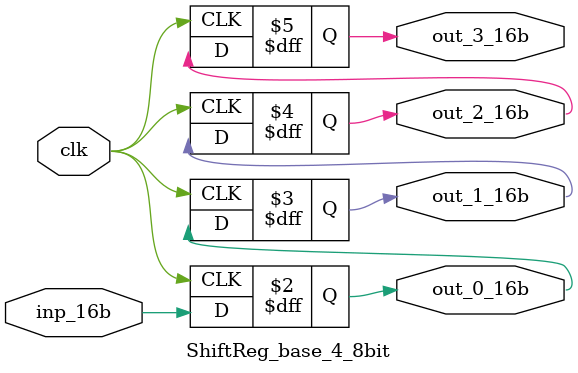
<source format=v>

module top(
//Inputs
  w_p2_grad_x_stencil_stream_to_p2_grad_xx_0_0_16b,

  w_p2_grad_y_stencil_stream_to_p2_grad_xy_0_0_16b,

  w_downsample_1_stencil_stream_to_hw_output_1_0_0_0_8b,
  w_downsample_1_stencil_stream_to_hw_output_1_0_0_1_8b,
  w_downsample_1_stencil_stream_to_hw_output_1_0_0_2_8b,
  w_downsample_1_stencil_stream_to_hw_output_1_0_1_0_8b,
  w_downsample_1_stencil_stream_to_hw_output_1_0_1_1_8b,
  w_downsample_1_stencil_stream_to_hw_output_1_0_1_2_8b,
  w_downsample_1_stencil_stream_to_hw_output_1_0_2_0_8b,
  w_downsample_1_stencil_stream_to_hw_output_1_0_2_1_8b,
  w_downsample_1_stencil_stream_to_hw_output_1_0_2_2_8b,
  w_downsample_1_stencil_stream_to_hw_output_1_1_0_0_8b,
  w_downsample_1_stencil_stream_to_hw_output_1_1_0_1_8b,
  w_downsample_1_stencil_stream_to_hw_output_1_1_0_2_8b,
  w_downsample_1_stencil_stream_to_hw_output_1_1_1_0_8b,
  w_downsample_1_stencil_stream_to_hw_output_1_1_1_1_8b,
  w_downsample_1_stencil_stream_to_hw_output_1_1_1_2_8b,
  w_downsample_1_stencil_stream_to_hw_output_1_1_2_0_8b,
  w_downsample_1_stencil_stream_to_hw_output_1_1_2_1_8b,
  w_downsample_1_stencil_stream_to_hw_output_1_1_2_2_8b,
  w_downsample_1_stencil_stream_to_hw_output_1_2_0_0_8b,
  w_downsample_1_stencil_stream_to_hw_output_1_2_0_1_8b,
  w_downsample_1_stencil_stream_to_hw_output_1_2_0_2_8b,
  w_downsample_1_stencil_stream_to_hw_output_1_2_1_0_8b,
  w_downsample_1_stencil_stream_to_hw_output_1_2_1_1_8b,
  w_downsample_1_stencil_stream_to_hw_output_1_2_1_2_8b,
  w_downsample_1_stencil_stream_to_hw_output_1_2_2_0_8b,
  w_downsample_1_stencil_stream_to_hw_output_1_2_2_1_8b,
  w_downsample_1_stencil_stream_to_hw_output_1_2_2_2_8b,

  w_padded_1_stencil_update_stream_0_0_8b,
  w_padded_1_stencil_update_stream_0_1_8b,
  w_padded_1_stencil_update_stream_1_0_8b,
  w_padded_1_stencil_update_stream_1_1_8b,

//Outputs
  w_hw_output_1_stencil_stream_0_0_0_8b,
  w_hw_output_1_stencil_stream_1_0_0_8b,
  w_hw_output_1_stencil_stream_2_0_0_8b,

  clk
);

//Inputs
input    w_p2_grad_x_stencil_stream_to_p2_grad_xx_0_0_16b;

input    w_p2_grad_y_stencil_stream_to_p2_grad_xy_0_0_16b;

input    w_downsample_1_stencil_stream_to_hw_output_1_0_0_0_8b;
input    w_downsample_1_stencil_stream_to_hw_output_1_0_0_1_8b;
input    w_downsample_1_stencil_stream_to_hw_output_1_0_0_2_8b;
input    w_downsample_1_stencil_stream_to_hw_output_1_0_1_0_8b;
input    w_downsample_1_stencil_stream_to_hw_output_1_0_1_1_8b;
input    w_downsample_1_stencil_stream_to_hw_output_1_0_1_2_8b;
input    w_downsample_1_stencil_stream_to_hw_output_1_0_2_0_8b;
input    w_downsample_1_stencil_stream_to_hw_output_1_0_2_1_8b;
input    w_downsample_1_stencil_stream_to_hw_output_1_0_2_2_8b;
input    w_downsample_1_stencil_stream_to_hw_output_1_1_0_0_8b;
input    w_downsample_1_stencil_stream_to_hw_output_1_1_0_1_8b;
input    w_downsample_1_stencil_stream_to_hw_output_1_1_0_2_8b;
input    w_downsample_1_stencil_stream_to_hw_output_1_1_1_0_8b;
input    w_downsample_1_stencil_stream_to_hw_output_1_1_1_1_8b;
input    w_downsample_1_stencil_stream_to_hw_output_1_1_1_2_8b;
input    w_downsample_1_stencil_stream_to_hw_output_1_1_2_0_8b;
input    w_downsample_1_stencil_stream_to_hw_output_1_1_2_1_8b;
input    w_downsample_1_stencil_stream_to_hw_output_1_1_2_2_8b;
input    w_downsample_1_stencil_stream_to_hw_output_1_2_0_0_8b;
input    w_downsample_1_stencil_stream_to_hw_output_1_2_0_1_8b;
input    w_downsample_1_stencil_stream_to_hw_output_1_2_0_2_8b;
input    w_downsample_1_stencil_stream_to_hw_output_1_2_1_0_8b;
input    w_downsample_1_stencil_stream_to_hw_output_1_2_1_1_8b;
input    w_downsample_1_stencil_stream_to_hw_output_1_2_1_2_8b;
input    w_downsample_1_stencil_stream_to_hw_output_1_2_2_0_8b;
input    w_downsample_1_stencil_stream_to_hw_output_1_2_2_1_8b;
input    w_downsample_1_stencil_stream_to_hw_output_1_2_2_2_8b;

input    w_padded_1_stencil_update_stream_0_0_8b;
input    w_padded_1_stencil_update_stream_0_1_8b;
input    w_padded_1_stencil_update_stream_1_0_8b;
input    w_padded_1_stencil_update_stream_1_1_8b;

//Outputs
output   w_hw_output_1_stencil_stream_0_0_0_8b;
output   w_hw_output_1_stencil_stream_1_0_0_8b;
output   w_hw_output_1_stencil_stream_2_0_0_8b;

input   clk;

wire   w_p2_grad_gx_stencil_stream_0_0_16b;

wire   w_downsample_1_stencil_update_stream_0_0_0_8b;
wire   w_downsample_1_stencil_update_stream_1_0_0_8b;
wire   w_downsample_1_stencil_update_stream_2_0_0_8b;

wire   w_p2_grad_gxy_stencil_stream_0_0_16b;

wire   w_padded_1_stencil_stream_0_0_8b;
wire   w_padded_1_stencil_stream_0_1_8b;
wire   w_padded_1_stencil_stream_0_2_8b;
wire   w_padded_1_stencil_stream_0_3_8b;
wire   w_padded_1_stencil_stream_1_0_8b;
wire   w_padded_1_stencil_stream_1_1_8b;
wire   w_padded_1_stencil_stream_1_2_8b;
wire   w_padded_1_stencil_stream_1_3_8b;
wire   w_padded_1_stencil_stream_2_0_8b;
wire   w_padded_1_stencil_stream_2_1_8b;
wire   w_padded_1_stencil_stream_2_2_8b;
wire   w_padded_1_stencil_stream_2_3_8b;
wire   w_padded_1_stencil_stream_3_0_8b;
wire   w_padded_1_stencil_stream_3_1_8b;
wire   w_padded_1_stencil_stream_3_2_8b;
wire   w_padded_1_stencil_stream_3_3_8b;

wire   w_p2_cim_stencil_stream_0_0_16b;
wire   w_p2_cim_stencil_stream_0_1_16b;
wire   w_p2_cim_stencil_stream_0_2_16b;
wire   w_p2_cim_stencil_stream_1_0_16b;
wire   w_p2_cim_stencil_stream_1_1_16b;
wire   w_p2_cim_stencil_stream_1_2_16b;
wire   w_p2_cim_stencil_stream_2_0_16b;
wire   w_p2_cim_stencil_stream_2_1_16b;
wire   w_p2_cim_stencil_stream_2_2_16b;

wire   w_p2_grad_xx_stencil_update_stream_0_0_16b;

wire   w_p2_grad_xy_stencil_update_stream_0_0_16b;

wire   w_downsample_1_stencil_stream_0_0_0_8b;
wire   w_downsample_1_stencil_stream_0_0_1_8b;
wire   w_downsample_1_stencil_stream_0_0_2_8b;
wire   w_downsample_1_stencil_stream_0_1_0_8b;
wire   w_downsample_1_stencil_stream_0_1_1_8b;
wire   w_downsample_1_stencil_stream_0_1_2_8b;
wire   w_downsample_1_stencil_stream_0_2_0_8b;
wire   w_downsample_1_stencil_stream_0_2_1_8b;
wire   w_downsample_1_stencil_stream_0_2_2_8b;
wire   w_downsample_1_stencil_stream_1_0_0_8b;
wire   w_downsample_1_stencil_stream_1_0_1_8b;
wire   w_downsample_1_stencil_stream_1_0_2_8b;
wire   w_downsample_1_stencil_stream_1_1_0_8b;
wire   w_downsample_1_stencil_stream_1_1_1_8b;
wire   w_downsample_1_stencil_stream_1_1_2_8b;
wire   w_downsample_1_stencil_stream_1_2_0_8b;
wire   w_downsample_1_stencil_stream_1_2_1_8b;
wire   w_downsample_1_stencil_stream_1_2_2_8b;
wire   w_downsample_1_stencil_stream_2_0_0_8b;
wire   w_downsample_1_stencil_stream_2_0_1_8b;
wire   w_downsample_1_stencil_stream_2_0_2_8b;
wire   w_downsample_1_stencil_stream_2_1_0_8b;
wire   w_downsample_1_stencil_stream_2_1_1_8b;
wire   w_downsample_1_stencil_stream_2_1_2_8b;
wire   w_downsample_1_stencil_stream_2_2_0_8b;
wire   w_downsample_1_stencil_stream_2_2_1_8b;
wire   w_downsample_1_stencil_stream_2_2_2_8b;

wire   w_p2_grad_yy_stencil_update_stream_0_0_16b;

wire   w_p2_grad_xx_stencil_stream_0_0_16b;
wire   w_p2_grad_xx_stencil_stream_0_1_16b;
wire   w_p2_grad_xx_stencil_stream_0_2_16b;
wire   w_p2_grad_xx_stencil_stream_1_0_16b;
wire   w_p2_grad_xx_stencil_stream_1_1_16b;
wire   w_p2_grad_xx_stencil_stream_1_2_16b;
wire   w_p2_grad_xx_stencil_stream_2_0_16b;
wire   w_p2_grad_xx_stencil_stream_2_1_16b;
wire   w_p2_grad_xx_stencil_stream_2_2_16b;

wire   w_p2_grad_xy_stencil_stream_0_0_16b;
wire   w_p2_grad_xy_stencil_stream_0_1_16b;
wire   w_p2_grad_xy_stencil_stream_0_2_16b;
wire   w_p2_grad_xy_stencil_stream_1_0_16b;
wire   w_p2_grad_xy_stencil_stream_1_1_16b;
wire   w_p2_grad_xy_stencil_stream_1_2_16b;
wire   w_p2_grad_xy_stencil_stream_2_0_16b;
wire   w_p2_grad_xy_stencil_stream_2_1_16b;
wire   w_p2_grad_xy_stencil_stream_2_2_16b;

wire   w_p2_grad_y_stencil_stream_0_0_16b;

wire   w_p2_cim_stencil_update_stream_0_0_16b;

wire   w_p2_grad_yy_stencil_stream_0_0_16b;
wire   w_p2_grad_yy_stencil_stream_0_1_16b;
wire   w_p2_grad_yy_stencil_stream_0_2_16b;
wire   w_p2_grad_yy_stencil_stream_1_0_16b;
wire   w_p2_grad_yy_stencil_stream_1_1_16b;
wire   w_p2_grad_yy_stencil_stream_1_2_16b;
wire   w_p2_grad_yy_stencil_stream_2_0_16b;
wire   w_p2_grad_yy_stencil_stream_2_1_16b;
wire   w_p2_grad_yy_stencil_stream_2_2_16b;

wire   w_p2_grad_x_stencil_stream_0_0_16b;

wire   w_p2_corners_stencil_stream_0_0_1b;

wire   w_p2_grad_gy_stencil_stream_0_0_16b;

wire   gnd;
assign gnd=1'b0;

kernel__p2_grad_gx_stencil_stream KERN__p2_grad_gx_stencil_stream (
    .w_p2_grad_xx_stencil_0_0_16b(w_p2_grad_xx_stencil_stream_0_0_16b),
    .w_p2_grad_xx_stencil_0_1_16b(w_p2_grad_xx_stencil_stream_0_1_16b),
    .w_p2_grad_xx_stencil_0_2_16b(w_p2_grad_xx_stencil_stream_0_2_16b),
    .w_p2_grad_xx_stencil_1_0_16b(w_p2_grad_xx_stencil_stream_1_0_16b),
    .w_p2_grad_xx_stencil_1_1_16b(w_p2_grad_xx_stencil_stream_1_1_16b),
    .w_p2_grad_xx_stencil_1_2_16b(w_p2_grad_xx_stencil_stream_1_2_16b),
    .w_p2_grad_xx_stencil_2_0_16b(w_p2_grad_xx_stencil_stream_2_0_16b),
    .w_p2_grad_xx_stencil_2_1_16b(w_p2_grad_xx_stencil_stream_2_1_16b),
    .w_p2_grad_xx_stencil_2_2_16b(w_p2_grad_xx_stencil_stream_2_2_16b),

    .out_w_p2_grad_gx_stencil_0_0_16b(w_p2_grad_gx_stencil_stream_0_0_16b),

    .clk(clk)
);

LB_3_3_1_32bit_False LB__p2_grad_xy_stencil_stream (
    .clk(clk),

    .in0(w_p2_grad_xy_stencil_update_stream_0_0_16b),

    .out0(w_p2_grad_xy_stencil_stream_0_0_16b),
    .out1(w_p2_grad_xy_stencil_stream_0_1_16b),
    .out2(w_p2_grad_xy_stencil_stream_0_2_16b),
    .out3(w_p2_grad_xy_stencil_stream_1_0_16b),
    .out4(w_p2_grad_xy_stencil_stream_1_1_16b),
    .out5(w_p2_grad_xy_stencil_stream_1_2_16b),
    .out6(w_p2_grad_xy_stencil_stream_2_0_16b),
    .out7(w_p2_grad_xy_stencil_stream_2_1_16b),
    .out8(w_p2_grad_xy_stencil_stream_2_2_16b)
);

kernel__p2_grad_gxy_stencil_stream KERN__p2_grad_gxy_stencil_stream (
    .w_p2_grad_xy_stencil_0_0_16b(w_p2_grad_xy_stencil_stream_0_0_16b),
    .w_p2_grad_xy_stencil_0_1_16b(w_p2_grad_xy_stencil_stream_0_1_16b),
    .w_p2_grad_xy_stencil_0_2_16b(w_p2_grad_xy_stencil_stream_0_2_16b),
    .w_p2_grad_xy_stencil_1_0_16b(w_p2_grad_xy_stencil_stream_1_0_16b),
    .w_p2_grad_xy_stencil_1_1_16b(w_p2_grad_xy_stencil_stream_1_1_16b),
    .w_p2_grad_xy_stencil_1_2_16b(w_p2_grad_xy_stencil_stream_1_2_16b),
    .w_p2_grad_xy_stencil_2_0_16b(w_p2_grad_xy_stencil_stream_2_0_16b),
    .w_p2_grad_xy_stencil_2_1_16b(w_p2_grad_xy_stencil_stream_2_1_16b),
    .w_p2_grad_xy_stencil_2_2_16b(w_p2_grad_xy_stencil_stream_2_2_16b),

    .out_w_p2_grad_gxy_stencil_0_0_16b(w_p2_grad_gxy_stencil_stream_0_0_16b),

    .clk(clk)
);

LB_4_4_1_8bit_False LB__padded_1_stencil_stream (
    .clk(clk),

    .in0(w_padded_1_stencil_update_stream_0_0_8b),
//    .in1(w_padded_1_stencil_update_stream_0_1_8b),
//    .in2(w_padded_1_stencil_update_stream_1_0_8b),
//    .in3(w_padded_1_stencil_update_stream_1_1_8b),

    .out0(w_padded_1_stencil_stream_0_0_8b),
    .out1(w_padded_1_stencil_stream_0_1_8b),
    .out2(w_padded_1_stencil_stream_0_2_8b),
    .out3(w_padded_1_stencil_stream_0_3_8b),
    .out4(w_padded_1_stencil_stream_1_0_8b),
    .out5(w_padded_1_stencil_stream_1_1_8b),
    .out6(w_padded_1_stencil_stream_1_2_8b),
    .out7(w_padded_1_stencil_stream_1_3_8b),
    .out8(w_padded_1_stencil_stream_2_0_8b),
    .out9(w_padded_1_stencil_stream_2_1_8b),
    .out10(w_padded_1_stencil_stream_2_2_8b),
    .out11(w_padded_1_stencil_stream_2_3_8b),
    .out12(w_padded_1_stencil_stream_3_0_8b),
    .out13(w_padded_1_stencil_stream_3_1_8b),
    .out14(w_padded_1_stencil_stream_3_2_8b),
    .out15(w_padded_1_stencil_stream_3_3_8b)
);

LB_3_3_1_16bit_False LB__p2_cim_stencil_stream (
    .clk(clk),

    .in0(w_p2_cim_stencil_update_stream_0_0_16b),

    .out0(w_p2_cim_stencil_stream_0_0_16b),
    .out1(w_p2_cim_stencil_stream_0_1_16b),
    .out2(w_p2_cim_stencil_stream_0_2_16b),
    .out3(w_p2_cim_stencil_stream_1_0_16b),
    .out4(w_p2_cim_stencil_stream_1_1_16b),
    .out5(w_p2_cim_stencil_stream_1_2_16b),
    .out6(w_p2_cim_stencil_stream_2_0_16b),
    .out7(w_p2_cim_stencil_stream_2_1_16b),
    .out8(w_p2_cim_stencil_stream_2_2_16b)
);

kernel__p2_grad_xx_stencil_update_stream KERN__p2_grad_xx_stencil_update_stream (
    .w_p2_grad_x_stencil_0_0_16b(w_p2_grad_x_stencil_stream_to_p2_grad_xx_0_0_16b),

    .out_w_p2_grad_xx_stencil_0_0_16b(w_p2_grad_xx_stencil_update_stream_0_0_16b),

    .clk(clk)
);

kernel__p2_grad_xy_stencil_update_stream KERN__p2_grad_xy_stencil_update_stream (
    .w_p2_grad_x_stencil_0_0_16b(w_p2_grad_x_stencil_stream_0_0_16b),
    .w_p2_grad_y_stencil_0_0_16b(w_p2_grad_y_stencil_stream_to_p2_grad_xy_0_0_16b),

    .out_w_p2_grad_xy_stencil_0_0_16b(w_p2_grad_xy_stencil_update_stream_0_0_16b),

    .clk(clk)
);

LB_3_3_3_8bit_False LB__downsample_1_stencil_stream (
    .clk(clk),

    .in0(w_downsample_1_stencil_update_stream_0_0_0_8b),
    .in1(w_downsample_1_stencil_update_stream_1_0_0_8b),
    .in2(w_downsample_1_stencil_update_stream_2_0_0_8b),

    .out0(w_downsample_1_stencil_stream_0_0_0_8b),
    .out1(w_downsample_1_stencil_stream_0_0_1_8b),
    .out2(w_downsample_1_stencil_stream_0_0_2_8b),
    .out3(w_downsample_1_stencil_stream_0_1_0_8b),
    .out4(w_downsample_1_stencil_stream_0_1_1_8b),
    .out5(w_downsample_1_stencil_stream_0_1_2_8b),
    .out6(w_downsample_1_stencil_stream_0_2_0_8b),
    .out7(w_downsample_1_stencil_stream_0_2_1_8b),
    .out8(w_downsample_1_stencil_stream_0_2_2_8b),
    .out9(w_downsample_1_stencil_stream_1_0_0_8b),
    .out10(w_downsample_1_stencil_stream_1_0_1_8b),
    .out11(w_downsample_1_stencil_stream_1_0_2_8b),
    .out12(w_downsample_1_stencil_stream_1_1_0_8b),
    .out13(w_downsample_1_stencil_stream_1_1_1_8b),
    .out14(w_downsample_1_stencil_stream_1_1_2_8b),
    .out15(w_downsample_1_stencil_stream_1_2_0_8b),
    .out16(w_downsample_1_stencil_stream_1_2_1_8b),
    .out17(w_downsample_1_stencil_stream_1_2_2_8b),
    .out18(w_downsample_1_stencil_stream_2_0_0_8b),
    .out19(w_downsample_1_stencil_stream_2_0_1_8b),
    .out20(w_downsample_1_stencil_stream_2_0_2_8b),
    .out21(w_downsample_1_stencil_stream_2_1_0_8b),
    .out22(w_downsample_1_stencil_stream_2_1_1_8b),
    .out23(w_downsample_1_stencil_stream_2_1_2_8b),
    .out24(w_downsample_1_stencil_stream_2_2_0_8b),
    .out25(w_downsample_1_stencil_stream_2_2_1_8b),
    .out26(w_downsample_1_stencil_stream_2_2_2_8b)
);

kernel__hw_output_1_stencil_stream KERN__hw_output_1_stencil_stream (
    .w_downsample_1_stencil_0_2_2_8b(w_p2_corners_stencil_stream_0_0_1b),
    .w_downsample_1_stencil_1_2_2_8b(w_downsample_1_stencil_stream_to_hw_output_1_0_0_0_8b),
    .w_downsample_1_stencil_2_2_2_8b(w_downsample_1_stencil_stream_to_hw_output_1_0_0_1_8b),
    .w_p2_corners_stencil_0_0_1b(w_downsample_1_stencil_stream_to_hw_output_1_0_0_2_8b),

    .out_w_hw_output_1_stencil_1_0_0_8b(w_hw_output_1_stencil_stream_0_0_0_8b),
    .out_w_hw_output_1_stencil_2_0_0_8b(w_hw_output_1_stencil_stream_1_0_0_8b),
    .out_w_hw_output_1_stencil_packed_16b(w_hw_output_1_stencil_stream_2_0_0_8b),

    .clk(clk)
);

kernel__p2_grad_yy_stencil_update_stream KERN__p2_grad_yy_stencil_update_stream (
    .w_p2_grad_y_stencil_0_0_16b(w_p2_grad_y_stencil_stream_0_0_16b),

    .out_w_p2_grad_yy_stencil_0_0_16b(w_p2_grad_yy_stencil_update_stream_0_0_16b),

    .clk(clk)
);

LB_3_3_1_32bit_False LB__p2_grad_xx_stencil_stream (
    .clk(clk),

    .in0(w_p2_grad_xx_stencil_update_stream_0_0_16b),

    .out0(w_p2_grad_xx_stencil_stream_0_0_16b),
    .out1(w_p2_grad_xx_stencil_stream_0_1_16b),
    .out2(w_p2_grad_xx_stencil_stream_0_2_16b),
    .out3(w_p2_grad_xx_stencil_stream_1_0_16b),
    .out4(w_p2_grad_xx_stencil_stream_1_1_16b),
    .out5(w_p2_grad_xx_stencil_stream_1_2_16b),
    .out6(w_p2_grad_xx_stencil_stream_2_0_16b),
    .out7(w_p2_grad_xx_stencil_stream_2_1_16b),
    .out8(w_p2_grad_xx_stencil_stream_2_2_16b)
);

kernel__downsample_1_stencil_update_stream KERN__downsample_1_stencil_update_stream (
    .w_padded_1_stencil_0_0_8b(w_padded_1_stencil_stream_0_0_8b),
    .w_padded_1_stencil_0_1_8b(w_padded_1_stencil_stream_0_1_8b),
    .w_padded_1_stencil_0_2_8b(w_padded_1_stencil_stream_0_2_8b),
    .w_padded_1_stencil_1_0_8b(w_padded_1_stencil_stream_0_3_8b),
    .w_padded_1_stencil_1_1_8b(w_padded_1_stencil_stream_1_0_8b),
    .w_padded_1_stencil_1_2_8b(w_padded_1_stencil_stream_1_1_8b),
    .w_padded_1_stencil_1_3_8b(w_padded_1_stencil_stream_1_2_8b),
    .w_padded_1_stencil_2_0_8b(w_padded_1_stencil_stream_1_3_8b),
    .w_padded_1_stencil_2_1_8b(w_padded_1_stencil_stream_2_0_8b),
    .w_padded_1_stencil_2_2_8b(w_padded_1_stencil_stream_2_1_8b),
    .w_padded_1_stencil_2_3_8b(w_padded_1_stencil_stream_2_2_8b),
    .w_padded_1_stencil_3_1_8b(w_padded_1_stencil_stream_2_3_8b),
    .w_padded_1_stencil_3_2_8b(w_padded_1_stencil_stream_3_0_8b),
    .w_padded_1_stencil_3_3_8b(w_padded_1_stencil_stream_3_1_8b),

    .out_w_downsample_1_stencil_0_0_0_8b(w_downsample_1_stencil_update_stream_0_0_0_8b),
    .out_w_downsample_1_stencil_1_0_0_8b(w_downsample_1_stencil_update_stream_1_0_0_8b),
    .out_w_downsample_1_stencil_2_0_0_8b(w_downsample_1_stencil_update_stream_2_0_0_8b),

    .clk(clk)
);

kernel__p2_grad_y_stencil_stream KERN__p2_grad_y_stencil_stream (
    .w_downsample_1_stencil_0_0_0_8b(w_downsample_1_stencil_stream_0_0_0_8b),
    .w_downsample_1_stencil_0_0_2_8b(w_downsample_1_stencil_stream_0_0_1_8b),
    .w_downsample_1_stencil_0_1_0_8b(w_downsample_1_stencil_stream_0_0_2_8b),
    .w_downsample_1_stencil_0_1_2_8b(w_downsample_1_stencil_stream_0_1_0_8b),
    .w_downsample_1_stencil_0_2_0_8b(w_downsample_1_stencil_stream_0_1_1_8b),
    .w_downsample_1_stencil_0_2_2_8b(w_downsample_1_stencil_stream_0_1_2_8b),
    .w_downsample_1_stencil_1_0_0_8b(w_downsample_1_stencil_stream_0_2_0_8b),
    .w_downsample_1_stencil_1_0_2_8b(w_downsample_1_stencil_stream_0_2_1_8b),
    .w_downsample_1_stencil_1_1_0_8b(w_downsample_1_stencil_stream_0_2_2_8b),
    .w_downsample_1_stencil_1_1_2_8b(w_downsample_1_stencil_stream_1_0_0_8b),
    .w_downsample_1_stencil_1_2_0_8b(w_downsample_1_stencil_stream_1_0_1_8b),
    .w_downsample_1_stencil_1_2_2_8b(w_downsample_1_stencil_stream_1_0_2_8b),
    .w_downsample_1_stencil_2_0_0_8b(w_downsample_1_stencil_stream_1_1_0_8b),
    .w_downsample_1_stencil_2_0_2_8b(w_downsample_1_stencil_stream_1_1_1_8b),
    .w_downsample_1_stencil_2_1_0_8b(w_downsample_1_stencil_stream_1_1_2_8b),
    .w_downsample_1_stencil_2_1_2_8b(w_downsample_1_stencil_stream_1_2_0_8b),
    .w_downsample_1_stencil_2_2_0_8b(w_downsample_1_stencil_stream_1_2_1_8b),
    .w_downsample_1_stencil_2_2_2_8b(w_downsample_1_stencil_stream_1_2_2_8b),

    .out_w_p2_grad_y_stencil_0_0_16b(w_p2_grad_y_stencil_stream_0_0_16b),

    .clk(clk)
);

kernel__p2_cim_stencil_update_stream KERN__p2_cim_stencil_update_stream (
    .w_p2_grad_gx_stencil_0_0_16b(w_p2_grad_gx_stencil_stream_0_0_16b),
    .w_p2_grad_gxy_stencil_0_0_16b(w_p2_grad_gxy_stencil_stream_0_0_16b),
    .w_p2_grad_gy_stencil_0_0_16b(w_p2_grad_gy_stencil_stream_0_0_16b),

    .out_w_p2_cim_stencil_0_0_16b(w_p2_cim_stencil_update_stream_0_0_16b),

    .clk(clk)
);

LB_3_3_1_32bit_False LB__p2_grad_yy_stencil_stream (
    .clk(clk),

    .in0(w_p2_grad_yy_stencil_update_stream_0_0_16b),

    .out0(w_p2_grad_yy_stencil_stream_0_0_16b),
    .out1(w_p2_grad_yy_stencil_stream_0_1_16b),
    .out2(w_p2_grad_yy_stencil_stream_0_2_16b),
    .out3(w_p2_grad_yy_stencil_stream_1_0_16b),
    .out4(w_p2_grad_yy_stencil_stream_1_1_16b),
    .out5(w_p2_grad_yy_stencil_stream_1_2_16b),
    .out6(w_p2_grad_yy_stencil_stream_2_0_16b),
    .out7(w_p2_grad_yy_stencil_stream_2_1_16b),
    .out8(w_p2_grad_yy_stencil_stream_2_2_16b)
);

kernel__p2_grad_x_stencil_stream KERN__p2_grad_x_stencil_stream (
    .w_downsample_1_stencil_0_0_0_8b(w_downsample_1_stencil_stream_0_0_0_8b),
    .w_downsample_1_stencil_0_0_1_8b(w_downsample_1_stencil_stream_0_0_1_8b),
    .w_downsample_1_stencil_0_0_2_8b(w_downsample_1_stencil_stream_0_0_2_8b),
    .w_downsample_1_stencil_0_2_0_8b(w_downsample_1_stencil_stream_0_1_0_8b),
    .w_downsample_1_stencil_0_2_1_8b(w_downsample_1_stencil_stream_0_1_1_8b),
    .w_downsample_1_stencil_0_2_2_8b(w_downsample_1_stencil_stream_0_1_2_8b),
    .w_downsample_1_stencil_1_0_0_8b(w_downsample_1_stencil_stream_0_2_0_8b),
    .w_downsample_1_stencil_1_0_1_8b(w_downsample_1_stencil_stream_0_2_1_8b),
    .w_downsample_1_stencil_1_0_2_8b(w_downsample_1_stencil_stream_0_2_2_8b),
    .w_downsample_1_stencil_1_2_0_8b(w_downsample_1_stencil_stream_1_0_0_8b),
    .w_downsample_1_stencil_1_2_1_8b(w_downsample_1_stencil_stream_1_0_1_8b),
    .w_downsample_1_stencil_1_2_2_8b(w_downsample_1_stencil_stream_1_0_2_8b),
    .w_downsample_1_stencil_2_0_0_8b(w_downsample_1_stencil_stream_1_1_0_8b),
    .w_downsample_1_stencil_2_0_1_8b(w_downsample_1_stencil_stream_1_1_1_8b),
    .w_downsample_1_stencil_2_0_2_8b(w_downsample_1_stencil_stream_1_1_2_8b),
    .w_downsample_1_stencil_2_2_0_8b(w_downsample_1_stencil_stream_1_2_0_8b),
    .w_downsample_1_stencil_2_2_1_8b(w_downsample_1_stencil_stream_1_2_1_8b),
    .w_downsample_1_stencil_2_2_2_8b(w_downsample_1_stencil_stream_1_2_2_8b),

    .out_w_p2_grad_x_stencil_0_0_16b(w_p2_grad_x_stencil_stream_0_0_16b),

    .clk(clk)
);

kernel__p2_corners_stencil_stream KERN__p2_corners_stencil_stream (
    .w_p2_cim_stencil_0_0_16b(w_p2_cim_stencil_stream_0_0_16b),
    .w_p2_cim_stencil_0_1_16b(w_p2_cim_stencil_stream_0_1_16b),
    .w_p2_cim_stencil_0_2_16b(w_p2_cim_stencil_stream_0_2_16b),
    .w_p2_cim_stencil_1_0_16b(w_p2_cim_stencil_stream_1_0_16b),
    .w_p2_cim_stencil_1_1_16b(w_p2_cim_stencil_stream_1_1_16b),
    .w_p2_cim_stencil_1_2_16b(w_p2_cim_stencil_stream_1_2_16b),
    .w_p2_cim_stencil_2_0_16b(w_p2_cim_stencil_stream_2_0_16b),
    .w_p2_cim_stencil_2_1_16b(w_p2_cim_stencil_stream_2_1_16b),
    .w_p2_cim_stencil_2_2_16b(w_p2_cim_stencil_stream_2_2_16b),

    .out_w_p2_corners_stencil_0_0_1b(w_p2_corners_stencil_stream_0_0_1b),

    .clk(clk)
);

kernel__p2_grad_gy_stencil_stream KERN__p2_grad_gy_stencil_stream (
    .w_p2_grad_yy_stencil_0_0_16b(w_p2_grad_yy_stencil_stream_0_0_16b),
    .w_p2_grad_yy_stencil_0_1_16b(w_p2_grad_yy_stencil_stream_0_1_16b),
    .w_p2_grad_yy_stencil_0_2_16b(w_p2_grad_yy_stencil_stream_0_2_16b),
    .w_p2_grad_yy_stencil_1_0_16b(w_p2_grad_yy_stencil_stream_1_0_16b),
    .w_p2_grad_yy_stencil_1_1_16b(w_p2_grad_yy_stencil_stream_1_1_16b),
    .w_p2_grad_yy_stencil_1_2_16b(w_p2_grad_yy_stencil_stream_1_2_16b),
    .w_p2_grad_yy_stencil_2_0_16b(w_p2_grad_yy_stencil_stream_2_0_16b),
    .w_p2_grad_yy_stencil_2_1_16b(w_p2_grad_yy_stencil_stream_2_1_16b),
    .w_p2_grad_yy_stencil_2_2_16b(w_p2_grad_yy_stencil_stream_2_2_16b),

    .out_w_p2_grad_gy_stencil_0_0_16b(w_p2_grad_gy_stencil_stream_0_0_16b),

    .clk(clk)
);

endmodule



module kernel__p2_grad_gxy_stencil_stream(
//Inputs
  w_p2_grad_xy_stencil_0_0_16b,
  w_p2_grad_xy_stencil_0_1_16b,
  w_p2_grad_xy_stencil_0_2_16b,
  w_p2_grad_xy_stencil_1_0_16b,
  w_p2_grad_xy_stencil_1_1_16b,
  w_p2_grad_xy_stencil_1_2_16b,
  w_p2_grad_xy_stencil_2_0_16b,
  w_p2_grad_xy_stencil_2_1_16b,
  w_p2_grad_xy_stencil_2_2_16b,
//Outputs
  out_w_p2_grad_gxy_stencil_0_0_16b,

  clk
);

//Inputs
input  w_p2_grad_xy_stencil_1_2_16b;
input  w_p2_grad_xy_stencil_1_1_16b;
input  w_p2_grad_xy_stencil_1_0_16b;
input  w_p2_grad_xy_stencil_0_2_16b;
input  w_p2_grad_xy_stencil_0_0_16b;
input  w_p2_grad_xy_stencil_0_1_16b;
input  w_p2_grad_xy_stencil_2_0_16b;
input  w_p2_grad_xy_stencil_2_1_16b;
input  w_p2_grad_xy_stencil_2_2_16b;
//Outputs
output  out_w_p2_grad_gxy_stencil_0_0_16b;

input  clk;


wire  r0_w_p2_grad_gxy_stencil_0_0_16b;
wire  r1_w_p2_grad_gxy_stencil_0_0_16b;
wire  r2_w_p2_grad_gxy_stencil_0_0_16b;
wire  r3_w_p2_grad_gxy_stencil_0_0_16b;
wire  r4_w_p2_grad_gxy_stencil_0_0_16b;
wire  r5_w_p2_grad_gxy_stencil_0_0_16b;
wire  r6_w_p2_grad_gxy_stencil_0_0_16b;
wire  r7_w_p2_grad_gxy_stencil_0_0_16b;
wire  r8_w_p2_grad_gxy_stencil_0_0_16b;
wire  w_453_16b;
wire  w_454_16b;
wire  w_455_16b;
wire  w_456_16b;
wire  w_457_16b;
wire  w_458_16b;
wire  w_459_16b;
wire  w_460_16b;
wire  w_461_16b;
wire  w_462_16b;
wire  w_463_16b;
wire  w_464_16b;
wire  w_465_16b;
wire  w_466_16b;
wire  w_467_16b;
wire  w_468_16b;
wire  w_469_16b;
wire  w_470_16b;
wire  w_471_16b;
wire  w_472_16b;
wire  w_473_16b;
wire  w_474_16b;
wire  w_475_16b;
wire  w_476_16b;
wire  w_477_16b;
wire  w_478_16b;
wire  w_479_16b;
wire  w_p2_grad_gxy_stencil_0_0_16b;
wire   tmp_clk;

assign tmp_clk = clk;

//Assign results
assign out_w_p2_grad_gxy_stencil_0_0_16b = r8_w_p2_grad_gxy_stencil_0_0_16b;
assign  r0_w_p2_grad_gxy_stencil_0_0_16b  =  w_455_16b ;
assign  r1_w_p2_grad_gxy_stencil_0_0_16b  =  w_458_16b ;
assign  r2_w_p2_grad_gxy_stencil_0_0_16b  =  w_461_16b ;
assign  r3_w_p2_grad_gxy_stencil_0_0_16b  =  w_464_16b ;
assign  r4_w_p2_grad_gxy_stencil_0_0_16b  =  w_467_16b ;
assign  r5_w_p2_grad_gxy_stencil_0_0_16b  =  w_470_16b ;
assign  r6_w_p2_grad_gxy_stencil_0_0_16b  =  w_473_16b ;
assign  r7_w_p2_grad_gxy_stencil_0_0_16b  =  w_476_16b ;
assign  r8_w_p2_grad_gxy_stencil_0_0_16b  =  w_479_16b ;
assign  w_453_16b  = 1'b0;
assign  w_454_16b  =  w_p2_grad_xy_stencil_0_0_16b ;
ADD_16b_pe add_0 (
  .a(w_454_16b),
  .b(w_453_16b),
  .c(w_455_16b),
  .clk(clk)
);
assign  w_456_16b  =  r0_w_p2_grad_gxy_stencil_0_0_16b ;
assign  w_457_16b  =  w_p2_grad_xy_stencil_1_0_16b ;
ADD_16b_pe add_1 (
  .a(w_456_16b),
  .b(w_457_16b),
  .c(w_458_16b),
  .clk(clk)
);
assign  w_459_16b  =  r1_w_p2_grad_gxy_stencil_0_0_16b ;
assign  w_460_16b  =  w_p2_grad_xy_stencil_2_0_16b ;
ADD_16b_pe add_2 (
  .a(w_459_16b),
  .b(w_460_16b),
  .c(w_461_16b),
  .clk(clk)
);
assign  w_462_16b  =  r2_w_p2_grad_gxy_stencil_0_0_16b ;
assign  w_463_16b  =  w_p2_grad_xy_stencil_0_1_16b ;
ADD_16b_pe add_3 (
  .a(w_463_16b),
  .b(w_462_16b),
  .c(w_464_16b),
  .clk(clk)
);
assign  w_465_16b  =  r3_w_p2_grad_gxy_stencil_0_0_16b ;
assign  w_466_16b  =  w_p2_grad_xy_stencil_1_1_16b ;
ADD_16b_pe add_4 (
  .a(w_465_16b),
  .b(w_466_16b),
  .c(w_467_16b),
  .clk(clk)
);
assign  w_468_16b  =  r4_w_p2_grad_gxy_stencil_0_0_16b ;
assign  w_469_16b  =  w_p2_grad_xy_stencil_2_1_16b ;
ADD_16b_pe add_5 (
  .a(w_469_16b),
  .b(w_468_16b),
  .c(w_470_16b),
  .clk(clk)
);
assign  w_471_16b  =  r5_w_p2_grad_gxy_stencil_0_0_16b ;
assign  w_472_16b  =  w_p2_grad_xy_stencil_0_2_16b ;
ADD_16b_pe add_6 (
  .a(w_472_16b),
  .b(w_471_16b),
  .c(w_473_16b),
  .clk(clk)
);
assign  w_474_16b  =  r6_w_p2_grad_gxy_stencil_0_0_16b ;
assign  w_475_16b  =  w_p2_grad_xy_stencil_1_2_16b ;
ADD_16b_pe add_7 (
  .a(w_474_16b),
  .b(w_475_16b),
  .c(w_476_16b),
  .clk(clk)
);
assign  w_477_16b  =  r7_w_p2_grad_gxy_stencil_0_0_16b ;
assign  w_478_16b  =  w_p2_grad_xy_stencil_2_2_16b ;
ADD_16b_pe add_8 (
  .a(w_477_16b),
  .b(w_478_16b),
  .c(w_479_16b),
  .clk(clk)
);
assign  w_p2_grad_gxy_stencil_0_0_16b  = 1'b0;

endmodule







module kernel__p2_grad_y_stencil_stream(
//Inputs
  w_downsample_1_stencil_0_0_0_8b,
  w_downsample_1_stencil_0_0_2_8b,
  w_downsample_1_stencil_0_1_0_8b,
  w_downsample_1_stencil_0_1_2_8b,
  w_downsample_1_stencil_0_2_0_8b,
  w_downsample_1_stencil_0_2_2_8b,
  w_downsample_1_stencil_1_0_0_8b,
  w_downsample_1_stencil_1_0_2_8b,
  w_downsample_1_stencil_1_1_0_8b,
  w_downsample_1_stencil_1_1_2_8b,
  w_downsample_1_stencil_1_2_0_8b,
  w_downsample_1_stencil_1_2_2_8b,
  w_downsample_1_stencil_2_0_0_8b,
  w_downsample_1_stencil_2_0_2_8b,
  w_downsample_1_stencil_2_1_0_8b,
  w_downsample_1_stencil_2_1_2_8b,
  w_downsample_1_stencil_2_2_0_8b,
  w_downsample_1_stencil_2_2_2_8b,
//Outputs
  out_w_p2_grad_y_stencil_0_0_16b,

  clk
);

//Inputs
input  w_downsample_1_stencil_1_1_0_8b;
input  w_downsample_1_stencil_0_1_0_8b;
input  w_downsample_1_stencil_1_1_2_8b;
input  w_downsample_1_stencil_0_1_2_8b;
input  w_downsample_1_stencil_2_1_2_8b;
input  w_downsample_1_stencil_0_0_0_8b;
input  w_downsample_1_stencil_0_0_2_8b;
input  w_downsample_1_stencil_1_2_2_8b;
input  w_downsample_1_stencil_1_2_0_8b;
input  w_downsample_1_stencil_2_0_2_8b;
input  w_downsample_1_stencil_2_1_0_8b;
input  w_downsample_1_stencil_2_2_0_8b;
input  w_downsample_1_stencil_2_2_2_8b;
input  w_downsample_1_stencil_1_0_0_8b;
input  w_downsample_1_stencil_1_0_2_8b;
input  w_downsample_1_stencil_0_2_2_8b;
input  w_downsample_1_stencil_2_0_0_8b;
input  w_downsample_1_stencil_0_2_0_8b;
//Outputs
output  out_w_p2_grad_y_stencil_0_0_16b;

input  clk;


wire  w_353_16b;
wire  w_354_16b;
wire  w_355_16b;
wire  w_356_16b;
wire  w_357_16b;
wire  w_358_16b;
wire  w_359_16b;
wire  w_360_16b;
wire  w_361_16b;
wire  w_362_16b;
wire  w_363_16b;
wire  w_364_16b;
wire  w_365_16b;
wire  w_366_16b;
wire  w_367_16b;
wire  w_368_16b;
wire  w_369_16b;
wire  w_370_16b;
wire  w_371_16b;
wire  w_372_16b;
wire  w_373_16b;
wire  w_374_16b;
wire  w_375_16b;
wire  w_376_16b;
wire  w_377_16b;
wire  w_378_16b;
wire  w_379_16b;
wire  w_380_16b;
wire  w_381_16b;
wire  w_382_16b;
wire  w_383_16b;
wire  w_384_16b;
wire  w_385_16b;
wire  w_386_16b;
wire  w_387_16b;
wire  w_388_16b;
wire  w_389_16b;
wire  w_390_16b;
wire  w_391_16b;
wire  w_392_16b;
wire  w_393_16b;
wire  w_394_16b;
wire  w_395_16b;
wire  w_396_16b;
wire  w_397_16b;
wire  w_398_16b;
wire  w_399_16b;
wire  w_400_16b;
wire  w_401_16b;
wire  w_402_16b;
wire  w_403_16b;
wire  w_404_16b;
wire  w_405_16b;
wire  w_406_16b;
wire  w_407_16b;
wire  w_408_16b;
wire  w_409_16b;
wire  w_410_16b;
wire  w_411_16b;
wire  w_412_16b;
wire  w_413_16b;
wire  w_414_16b;
wire  w_415_16b;
wire  w_416_16b;
wire  w_417_16b;
wire  w_418_16b;
wire  w_419_16b;
wire  w_420_16b;
wire  w_421_16b;
wire  w_422_16b;
wire  w_423_16b;
wire  w_424_16b;
wire  w_425_16b;
wire  w_426_16b;
wire  w_427_16b;
wire  w_428_16b;
wire  w_429_16b;
wire  w_430_16b;
wire  w_431_16b;
wire  w_432_16b;
wire  w_433_16b;
wire  w_434_16b;
wire  w_435_16b;
wire  w_436_16b;
wire  w_437_16b;
wire  w_438_16b;
wire  w_439_16b;
wire  w_440_16b;
wire  w_441_16b;
wire  w_442_16b;
wire  w_443_16b;
wire  w_444_16b;
wire  w_445_16b;
wire  w_446_16b;
wire  w_447_16b;
wire  w_p2_grad_y_stencil_0_0_16b;
wire   tmp_clk;

assign tmp_clk = clk;

//Assign results
assign out_w_p2_grad_y_stencil_0_0_16b = w_p2_grad_y_stencil_0_0_16b;
assign  w_353_16b  =  w_downsample_1_stencil_0_0_2_8b ;
assign  w_354_16b  =  w_353_16b ;
assign  w_355_16b  = 1'b0;
MULT_16b_pe mult_0 (
  .a(w_355_16b),
  .b(w_354_16b),
  .c(w_356_16b),
  .clk(clk)
);
assign  w_357_16b  =  w_downsample_1_stencil_1_0_2_8b ;
assign  w_358_16b  =  w_357_16b ;
assign  w_359_16b  = 1'b0;
MULT_16b_pe mult_1 (
  .a(w_359_16b),
  .b(w_358_16b),
  .c(w_360_16b),
  .clk(clk)
);
ADD_16b_pe add_2 (
  .a(w_356_16b),
  .b(w_360_16b),
  .c(w_361_16b),
  .clk(clk)
);
assign  w_362_16b  =  w_downsample_1_stencil_2_0_2_8b ;
assign  w_363_16b  =  w_362_16b ;
assign  w_364_16b  = 1'b0;
MULT_16b_pe mult_3 (
  .a(w_364_16b),
  .b(w_363_16b),
  .c(w_365_16b),
  .clk(clk)
);
ADD_16b_pe add_4 (
  .a(w_365_16b),
  .b(w_361_16b),
  .c(w_366_16b),
  .clk(clk)
);
LSHIFT_16b_pe lshift_5 (
  .a(w_366_16b),
  .b(1'b0),
  .c(w_367_16b),
  .clk(clk)
);
assign  w_368_16b  =  w_367_16b ;
assign  w_369_16b  =  w_368_16b ;
assign  w_370_16b  =  w_downsample_1_stencil_0_0_0_8b ;
assign  w_371_16b  =  w_370_16b ;
MULT_16b_pe mult_6 (
  .a(w_371_16b),
  .b(w_355_16b),
  .c(w_372_16b),
  .clk(clk)
);
assign  w_373_16b  =  w_downsample_1_stencil_1_0_0_8b ;
assign  w_374_16b  =  w_373_16b ;
MULT_16b_pe mult_7 (
  .a(w_374_16b),
  .b(w_359_16b),
  .c(w_375_16b),
  .clk(clk)
);
ADD_16b_pe add_8 (
  .a(w_375_16b),
  .b(w_372_16b),
  .c(w_376_16b),
  .clk(clk)
);
assign  w_377_16b  =  w_downsample_1_stencil_2_0_0_8b ;
assign  w_378_16b  =  w_377_16b ;
MULT_16b_pe mult_9 (
  .a(w_364_16b),
  .b(w_378_16b),
  .c(w_379_16b),
  .clk(clk)
);
ADD_16b_pe add_10 (
  .a(w_376_16b),
  .b(w_379_16b),
  .c(w_380_16b),
  .clk(clk)
);
LSHIFT_16b_pe lshift_11 (
  .a(w_380_16b),
  .b(1'b0),
  .c(w_381_16b),
  .clk(clk)
);
assign  w_382_16b  =  w_381_16b ;
assign  w_383_16b  =  w_382_16b ;
SUB_16b_pe sub_12 (
  .a(w_383_16b),
  .b(w_369_16b),
  .c(w_384_16b),
  .clk(clk)
);
assign  w_385_16b  =  w_downsample_1_stencil_0_1_2_8b ;
assign  w_386_16b  =  w_385_16b ;
MULT_16b_pe mult_13 (
  .a(w_355_16b),
  .b(w_386_16b),
  .c(w_387_16b),
  .clk(clk)
);
assign  w_388_16b  =  w_downsample_1_stencil_1_1_2_8b ;
assign  w_389_16b  =  w_388_16b ;
MULT_16b_pe mult_14 (
  .a(w_389_16b),
  .b(w_359_16b),
  .c(w_390_16b),
  .clk(clk)
);
ADD_16b_pe add_15 (
  .a(w_390_16b),
  .b(w_387_16b),
  .c(w_391_16b),
  .clk(clk)
);
assign  w_392_16b  =  w_downsample_1_stencil_2_1_2_8b ;
assign  w_393_16b  =  w_392_16b ;
MULT_16b_pe mult_16 (
  .a(w_364_16b),
  .b(w_393_16b),
  .c(w_394_16b),
  .clk(clk)
);
ADD_16b_pe add_17 (
  .a(w_394_16b),
  .b(w_391_16b),
  .c(w_395_16b),
  .clk(clk)
);
LSHIFT_16b_pe lshift_18 (
  .a(1'b0),
  .b(w_395_16b),
  .c(w_396_16b),
  .clk(clk)
);
assign  w_397_16b  =  w_396_16b ;
assign  w_398_16b  =  w_397_16b ;
assign  w_399_16b  = 1'b0;
MULT_16b_pe mult_19 (
  .a(w_399_16b),
  .b(w_398_16b),
  .c(w_400_16b),
  .clk(clk)
);
ADD_16b_pe add_20 (
  .a(w_384_16b),
  .b(w_400_16b),
  .c(w_401_16b),
  .clk(clk)
);
assign  w_402_16b  =  w_downsample_1_stencil_0_1_0_8b ;
assign  w_403_16b  =  w_402_16b ;
MULT_16b_pe mult_21 (
  .a(w_403_16b),
  .b(w_355_16b),
  .c(w_404_16b),
  .clk(clk)
);
assign  w_405_16b  =  w_downsample_1_stencil_1_1_0_8b ;
assign  w_406_16b  =  w_405_16b ;
MULT_16b_pe mult_22 (
  .a(w_406_16b),
  .b(w_359_16b),
  .c(w_407_16b),
  .clk(clk)
);
ADD_16b_pe add_23 (
  .a(w_407_16b),
  .b(w_404_16b),
  .c(w_408_16b),
  .clk(clk)
);
assign  w_409_16b  =  w_downsample_1_stencil_2_1_0_8b ;
assign  w_410_16b  =  w_409_16b ;
MULT_16b_pe mult_24 (
  .a(w_410_16b),
  .b(w_364_16b),
  .c(w_411_16b),
  .clk(clk)
);
ADD_16b_pe add_25 (
  .a(w_411_16b),
  .b(w_408_16b),
  .c(w_412_16b),
  .clk(clk)
);
LSHIFT_16b_pe lshift_26 (
  .a(1'b0),
  .b(w_412_16b),
  .c(w_413_16b),
  .clk(clk)
);
assign  w_414_16b  =  w_413_16b ;
assign  w_415_16b  =  w_414_16b ;
MULT_16b_pe mult_27 (
  .a(w_415_16b),
  .b(w_399_16b),
  .c(w_416_16b),
  .clk(clk)
);
SUB_16b_pe sub_28 (
  .a(w_416_16b),
  .b(w_401_16b),
  .c(w_417_16b),
  .clk(clk)
);
assign  w_418_16b  =  w_downsample_1_stencil_0_2_2_8b ;
assign  w_419_16b  =  w_418_16b ;
MULT_16b_pe mult_29 (
  .a(w_419_16b),
  .b(w_355_16b),
  .c(w_420_16b),
  .clk(clk)
);
assign  w_421_16b  =  w_downsample_1_stencil_1_2_2_8b ;
assign  w_422_16b  =  w_421_16b ;
MULT_16b_pe mult_30 (
  .a(w_359_16b),
  .b(w_422_16b),
  .c(w_423_16b),
  .clk(clk)
);
ADD_16b_pe add_31 (
  .a(w_420_16b),
  .b(w_423_16b),
  .c(w_424_16b),
  .clk(clk)
);
assign  w_425_16b  =  w_downsample_1_stencil_2_2_2_8b ;
assign  w_426_16b  =  w_425_16b ;
MULT_16b_pe mult_32 (
  .a(w_364_16b),
  .b(w_426_16b),
  .c(w_427_16b),
  .clk(clk)
);
ADD_16b_pe add_33 (
  .a(w_424_16b),
  .b(w_427_16b),
  .c(w_428_16b),
  .clk(clk)
);
LSHIFT_16b_pe lshift_34 (
  .a(w_428_16b),
  .b(1'b0),
  .c(w_429_16b),
  .clk(clk)
);
assign  w_430_16b  =  w_429_16b ;
assign  w_431_16b  =  w_430_16b ;
ADD_16b_pe add_35 (
  .a(w_431_16b),
  .b(w_417_16b),
  .c(w_432_16b),
  .clk(clk)
);
assign  w_433_16b  =  w_downsample_1_stencil_0_2_0_8b ;
assign  w_434_16b  =  w_433_16b ;
MULT_16b_pe mult_36 (
  .a(w_355_16b),
  .b(w_434_16b),
  .c(w_435_16b),
  .clk(clk)
);
assign  w_436_16b  =  w_downsample_1_stencil_1_2_0_8b ;
assign  w_437_16b  =  w_436_16b ;
MULT_16b_pe mult_37 (
  .a(w_359_16b),
  .b(w_437_16b),
  .c(w_438_16b),
  .clk(clk)
);
ADD_16b_pe add_38 (
  .a(w_438_16b),
  .b(w_435_16b),
  .c(w_439_16b),
  .clk(clk)
);
assign  w_440_16b  =  w_downsample_1_stencil_2_2_0_8b ;
assign  w_441_16b  =  w_440_16b ;
MULT_16b_pe mult_39 (
  .a(w_441_16b),
  .b(w_364_16b),
  .c(w_442_16b),
  .clk(clk)
);
ADD_16b_pe add_40 (
  .a(w_442_16b),
  .b(w_439_16b),
  .c(w_443_16b),
  .clk(clk)
);
LSHIFT_16b_pe lshift_41 (
  .a(w_443_16b),
  .b(1'b0),
  .c(w_444_16b),
  .clk(clk)
);
assign  w_445_16b  =  w_444_16b ;
assign  w_446_16b  =  w_445_16b ;
SUB_16b_pe sub_42 (
  .a(w_432_16b),
  .b(w_446_16b),
  .c(w_447_16b),
  .clk(clk)
);
assign  w_p2_grad_y_stencil_0_0_16b  =  w_447_16b ;

endmodule







module kernel__p2_grad_yy_stencil_update_stream(
//Inputs
  w_p2_grad_y_stencil_0_0_16b,
//Outputs
  out_w_p2_grad_yy_stencil_0_0_16b,

  clk
);

//Inputs
input  w_p2_grad_y_stencil_0_0_16b;
//Outputs
output  out_w_p2_grad_yy_stencil_0_0_16b;

input  clk;


wire  w_480_16b;
wire  w_481_16b;
wire  w_482_16b;
wire  w_p2_grad_yy_stencil_0_0_16b;
wire   tmp_clk;

assign tmp_clk = clk;

//Assign results
assign out_w_p2_grad_yy_stencil_0_0_16b = w_p2_grad_yy_stencil_0_0_16b;
assign  w_480_16b  =  w_p2_grad_y_stencil_0_0_16b ;
assign  w_481_16b  =  w_480_16b ;
MULT_16b_pe mult_0 (
  .a(w_481_16b),
  .b(1'b0),
  .c(w_482_16b),
  .clk(clk)
);
assign  w_p2_grad_yy_stencil_0_0_16b  =  w_482_16b ;

endmodule







module kernel__p2_grad_gx_stencil_stream(
//Inputs
  w_p2_grad_xx_stencil_0_0_16b,
  w_p2_grad_xx_stencil_0_1_16b,
  w_p2_grad_xx_stencil_0_2_16b,
  w_p2_grad_xx_stencil_1_0_16b,
  w_p2_grad_xx_stencil_1_1_16b,
  w_p2_grad_xx_stencil_1_2_16b,
  w_p2_grad_xx_stencil_2_0_16b,
  w_p2_grad_xx_stencil_2_1_16b,
  w_p2_grad_xx_stencil_2_2_16b,
//Outputs
  out_w_p2_grad_gx_stencil_0_0_16b,

  clk
);

//Inputs
input  w_p2_grad_xx_stencil_0_2_16b;
input  w_p2_grad_xx_stencil_0_1_16b;
input  w_p2_grad_xx_stencil_0_0_16b;
input  w_p2_grad_xx_stencil_2_1_16b;
input  w_p2_grad_xx_stencil_2_0_16b;
input  w_p2_grad_xx_stencil_2_2_16b;
input  w_p2_grad_xx_stencil_1_2_16b;
input  w_p2_grad_xx_stencil_1_0_16b;
input  w_p2_grad_xx_stencil_1_1_16b;
//Outputs
output  out_w_p2_grad_gx_stencil_0_0_16b;

input  clk;


wire  r0_w_p2_grad_gx_stencil_0_0_16b;
wire  r1_w_p2_grad_gx_stencil_0_0_16b;
wire  r2_w_p2_grad_gx_stencil_0_0_16b;
wire  r3_w_p2_grad_gx_stencil_0_0_16b;
wire  r4_w_p2_grad_gx_stencil_0_0_16b;
wire  r5_w_p2_grad_gx_stencil_0_0_16b;
wire  r6_w_p2_grad_gx_stencil_0_0_16b;
wire  r7_w_p2_grad_gx_stencil_0_0_16b;
wire  r8_w_p2_grad_gx_stencil_0_0_16b;
wire  w_326_16b;
wire  w_327_16b;
wire  w_328_16b;
wire  w_329_16b;
wire  w_330_16b;
wire  w_331_16b;
wire  w_332_16b;
wire  w_333_16b;
wire  w_334_16b;
wire  w_335_16b;
wire  w_336_16b;
wire  w_337_16b;
wire  w_338_16b;
wire  w_339_16b;
wire  w_340_16b;
wire  w_341_16b;
wire  w_342_16b;
wire  w_343_16b;
wire  w_344_16b;
wire  w_345_16b;
wire  w_346_16b;
wire  w_347_16b;
wire  w_348_16b;
wire  w_349_16b;
wire  w_350_16b;
wire  w_351_16b;
wire  w_352_16b;
wire  w_p2_grad_gx_stencil_0_0_16b;
wire   tmp_clk;

assign tmp_clk = clk;

//Assign results
assign out_w_p2_grad_gx_stencil_0_0_16b = r8_w_p2_grad_gx_stencil_0_0_16b;
assign  r0_w_p2_grad_gx_stencil_0_0_16b  =  w_328_16b ;
assign  r1_w_p2_grad_gx_stencil_0_0_16b  =  w_331_16b ;
assign  r2_w_p2_grad_gx_stencil_0_0_16b  =  w_334_16b ;
assign  r3_w_p2_grad_gx_stencil_0_0_16b  =  w_337_16b ;
assign  r4_w_p2_grad_gx_stencil_0_0_16b  =  w_340_16b ;
assign  r5_w_p2_grad_gx_stencil_0_0_16b  =  w_343_16b ;
assign  r6_w_p2_grad_gx_stencil_0_0_16b  =  w_346_16b ;
assign  r7_w_p2_grad_gx_stencil_0_0_16b  =  w_349_16b ;
assign  r8_w_p2_grad_gx_stencil_0_0_16b  =  w_352_16b ;
assign  w_326_16b  = 1'b0;
assign  w_327_16b  =  w_p2_grad_xx_stencil_0_0_16b ;
ADD_16b_pe add_0 (
  .a(w_326_16b),
  .b(w_327_16b),
  .c(w_328_16b),
  .clk(clk)
);
assign  w_329_16b  =  r0_w_p2_grad_gx_stencil_0_0_16b ;
assign  w_330_16b  =  w_p2_grad_xx_stencil_1_0_16b ;
ADD_16b_pe add_1 (
  .a(w_330_16b),
  .b(w_329_16b),
  .c(w_331_16b),
  .clk(clk)
);
assign  w_332_16b  =  r1_w_p2_grad_gx_stencil_0_0_16b ;
assign  w_333_16b  =  w_p2_grad_xx_stencil_2_0_16b ;
ADD_16b_pe add_2 (
  .a(w_333_16b),
  .b(w_332_16b),
  .c(w_334_16b),
  .clk(clk)
);
assign  w_335_16b  =  r2_w_p2_grad_gx_stencil_0_0_16b ;
assign  w_336_16b  =  w_p2_grad_xx_stencil_0_1_16b ;
ADD_16b_pe add_3 (
  .a(w_335_16b),
  .b(w_336_16b),
  .c(w_337_16b),
  .clk(clk)
);
assign  w_338_16b  =  r3_w_p2_grad_gx_stencil_0_0_16b ;
assign  w_339_16b  =  w_p2_grad_xx_stencil_1_1_16b ;
ADD_16b_pe add_4 (
  .a(w_339_16b),
  .b(w_338_16b),
  .c(w_340_16b),
  .clk(clk)
);
assign  w_341_16b  =  r4_w_p2_grad_gx_stencil_0_0_16b ;
assign  w_342_16b  =  w_p2_grad_xx_stencil_2_1_16b ;
ADD_16b_pe add_5 (
  .a(w_341_16b),
  .b(w_342_16b),
  .c(w_343_16b),
  .clk(clk)
);
assign  w_344_16b  =  r5_w_p2_grad_gx_stencil_0_0_16b ;
assign  w_345_16b  =  w_p2_grad_xx_stencil_0_2_16b ;
ADD_16b_pe add_6 (
  .a(w_344_16b),
  .b(w_345_16b),
  .c(w_346_16b),
  .clk(clk)
);
assign  w_347_16b  =  r6_w_p2_grad_gx_stencil_0_0_16b ;
assign  w_348_16b  =  w_p2_grad_xx_stencil_1_2_16b ;
ADD_16b_pe add_7 (
  .a(w_347_16b),
  .b(w_348_16b),
  .c(w_349_16b),
  .clk(clk)
);
assign  w_350_16b  =  r7_w_p2_grad_gx_stencil_0_0_16b ;
assign  w_351_16b  =  w_p2_grad_xx_stencil_2_2_16b ;
ADD_16b_pe add_8 (
  .a(w_351_16b),
  .b(w_350_16b),
  .c(w_352_16b),
  .clk(clk)
);
assign  w_p2_grad_gx_stencil_0_0_16b  = 1'b0;

endmodule







module kernel__p2_corners_stencil_stream(
//Inputs
  w_p2_cim_stencil_0_0_16b,
  w_p2_cim_stencil_0_1_16b,
  w_p2_cim_stencil_0_2_16b,
  w_p2_cim_stencil_1_0_16b,
  w_p2_cim_stencil_1_1_16b,
  w_p2_cim_stencil_1_2_16b,
  w_p2_cim_stencil_2_0_16b,
  w_p2_cim_stencil_2_1_16b,
  w_p2_cim_stencil_2_2_16b,
//Outputs
  out_w_p2_corners_stencil_0_0_1b,

  clk
);

//Inputs
input  w_p2_cim_stencil_2_2_16b;
input  w_p2_cim_stencil_2_1_16b;
input  w_p2_cim_stencil_2_0_16b;
input  w_p2_cim_stencil_1_0_16b;
input  w_p2_cim_stencil_1_1_16b;
input  w_p2_cim_stencil_1_2_16b;
input  w_p2_cim_stencil_0_1_16b;
input  w_p2_cim_stencil_0_0_16b;
input  w_p2_cim_stencil_0_2_16b;
//Outputs
output  out_w_p2_corners_stencil_0_0_1b;

input  clk;


wire  w_549_16b;
wire  w_550_16b;
wire  w_551_16b;
wire  w_552_16b;
wire  w_553_16b;
wire  w_554_16b;
wire  w_555_16b;
wire  w_556_16b;
wire  w_557_16b;
wire  w_558_16b;
wire  w_559_16b;
wire  w_560_16b;
wire  w_561_16b;
wire  w_562_16b;
wire  w_563_16b;
wire  w_564_16b;
wire  w_565_16b;
wire  w_566_16b;
wire  w_567_16b;
wire  w_p2_corners_stencil_0_0_1b;
wire   tmp_clk;

assign tmp_clk = clk;

//Assign results
assign out_w_p2_corners_stencil_0_0_1b = w_p2_corners_stencil_0_0_1b;
assign  w_549_16b  =  w_p2_cim_stencil_1_1_16b ;
assign  w_550_16b  =  w_p2_cim_stencil_0_0_16b ;
assign  w_551_16b  =  w_p2_cim_stencil_1_0_16b ;
MAX_16b_pe max_0 (
  .a(w_551_16b),
  .b(w_550_16b),
  .c(w_552_16b),
  .clk(clk)
);
assign  w_553_16b  =  w_p2_cim_stencil_2_0_16b ;
MAX_16b_pe max_1 (
  .a(w_553_16b),
  .b(w_552_16b),
  .c(w_554_16b),
  .clk(clk)
);
assign  w_555_16b  =  w_p2_cim_stencil_0_1_16b ;
MAX_16b_pe max_2 (
  .a(w_555_16b),
  .b(w_554_16b),
  .c(w_556_16b),
  .clk(clk)
);
assign  w_557_16b  =  w_p2_cim_stencil_2_1_16b ;
MAX_16b_pe max_3 (
  .a(w_557_16b),
  .b(w_556_16b),
  .c(w_558_16b),
  .clk(clk)
);
assign  w_559_16b  =  w_p2_cim_stencil_0_2_16b ;
MAX_16b_pe max_4 (
  .a(w_559_16b),
  .b(w_558_16b),
  .c(w_560_16b),
  .clk(clk)
);
assign  w_561_16b  =  w_p2_cim_stencil_1_2_16b ;
MAX_16b_pe max_5 (
  .a(w_560_16b),
  .b(w_561_16b),
  .c(w_562_16b),
  .clk(clk)
);
assign  w_563_16b  =  w_p2_cim_stencil_2_2_16b ;
MAX_16b_pe max_6 (
  .a(w_562_16b),
  .b(w_563_16b),
  .c(w_564_16b),
  .clk(clk)
);
LT_16b_pe lt_7 (
  .a(w_549_16b),
  .b(w_564_16b),
  .c(w_565_16b),
  .clk(clk)
);
LTE_16b_pe lte_8 (
  .a(1'b0),
  .b(w_549_16b),
  .c(w_566_16b),
  .clk(clk)
);
AND_16b_pe and_9 (
  .a(w_565_16b),
  .b(w_566_16b),
  .c(w_567_16b),
  .clk(clk)
);
assign  w_p2_corners_stencil_0_0_1b  =  w_567_16b ;

endmodule







module kernel__downsample_1_stencil_update_stream(
//Inputs
  w_padded_1_stencil_0_0_8b,
  w_padded_1_stencil_0_1_8b,
  w_padded_1_stencil_0_2_8b,
  w_padded_1_stencil_1_0_8b,
  w_padded_1_stencil_1_1_8b,
  w_padded_1_stencil_1_2_8b,
  w_padded_1_stencil_1_3_8b,
  w_padded_1_stencil_2_0_8b,
  w_padded_1_stencil_2_1_8b,
  w_padded_1_stencil_2_2_8b,
  w_padded_1_stencil_2_3_8b,
  w_padded_1_stencil_3_1_8b,
  w_padded_1_stencil_3_2_8b,
  w_padded_1_stencil_3_3_8b,
//Outputs
  out_w_downsample_1_stencil_0_0_0_8b,
  out_w_downsample_1_stencil_1_0_0_8b,
  out_w_downsample_1_stencil_2_0_0_8b,

  clk
);

//Inputs
input  w_padded_1_stencil_3_1_8b;
input  w_padded_1_stencil_3_2_8b;
input  w_padded_1_stencil_3_3_8b;
input  w_padded_1_stencil_2_1_8b;
input  w_padded_1_stencil_2_0_8b;
input  w_padded_1_stencil_2_3_8b;
input  w_padded_1_stencil_2_2_8b;
input  w_padded_1_stencil_1_2_8b;
input  w_padded_1_stencil_1_3_8b;
input  w_padded_1_stencil_1_0_8b;
input  w_padded_1_stencil_1_1_8b;
input  w_padded_1_stencil_0_2_8b;
input  w_padded_1_stencil_0_1_8b;
input  w_padded_1_stencil_0_0_8b;
//Outputs
output  out_w_downsample_1_stencil_0_0_0_8b;
output  out_w_downsample_1_stencil_1_0_0_8b;
output  out_w_downsample_1_stencil_2_0_0_8b;

input  clk;


wire  w_128_16b;
wire  w_129_16b;
wire  w_130_16b;
wire  w_131_16b;
wire  w_132_16b;
wire  w_133_16b;
wire  w_134_16b;
wire  w_135_16b;
wire  w_136_16b;
wire  w_137_16b;
wire  w_138_16b;
wire  w_139_16b;
wire  w_140_16b;
wire  w_141_16b;
wire  w_142_16b;
wire  w_143_16b;
wire  w_144_16b;
wire  w_145_16b;
wire  w_146_16b;
wire  w_147_16b;
wire  w_148_16b;
wire  w_149_16b;
wire  w_150_16b;
wire  w_151_16b;
wire  w_152_16b;
wire  w_153_16b;
wire  w_154_16b;
wire  w_155_16b;
wire  w_156_16b;
wire  w_157_16b;
wire  w_158_16b;
wire  w_159_16b;
wire  w_160_16b;
wire  w_161_16b;
wire  w_162_16b;
wire  w_163_16b;
wire  w_164_16b;
wire  w_165_16b;
wire  w_166_16b;
wire  w_167_16b;
wire  w_168_16b;
wire  w_169_16b;
wire  w_170_16b;
wire  w_171_16b;
wire  w_172_16b;
wire  w_173_16b;
wire  w_174_16b;
wire  w_175_16b;
wire  w_176_16b;
wire  w_177_16b;
wire  w_178_16b;
wire  w_179_16b;
wire  w_180_16b;
wire  w_181_16b;
wire  w_182_16b;
wire  w_183_16b;
wire  w_184_16b;
wire  w_185_16b;
wire  w_186_16b;
wire  w_187_16b;
wire  w_188_16b;
wire  w_189_16b;
wire  w_190_16b;
wire  w_191_16b;
wire  w_192_16b;
wire  w_193_16b;
wire  w_194_16b;
wire  w_195_16b;
wire  w_196_16b;
wire  w_197_16b;
wire  w_198_16b;
wire  w_199_16b;
wire  w_200_16b;
wire  w_201_16b;
wire  w_202_16b;
wire  w_203_16b;
wire  w_204_16b;
wire  w_205_16b;
wire  w_206_16b;
wire  w_207_16b;
wire  w_208_16b;
wire  w_209_16b;
wire  w_210_16b;
wire  w_211_16b;
wire  w_212_16b;
wire  w_213_16b;
wire  w_214_16b;
wire  w_215_16b;
wire  w_216_16b;
wire  w_217_16b;
wire  w_218_16b;
wire  w_219_16b;
wire  w_220_16b;
wire  w_221_16b;
wire  w_222_16b;
wire  w_223_16b;
wire  w_224_16b;
wire  w_225_16b;
wire  w_226_16b;
wire  w_227_16b;
wire  w_downsample_1_stencil_0_0_0_8b;
wire  w_downsample_1_stencil_1_0_0_8b;
wire  w_downsample_1_stencil_2_0_0_8b;
wire   tmp_clk;

assign tmp_clk = clk;

//Assign results
assign out_w_downsample_1_stencil_0_0_0_8b = w_downsample_1_stencil_0_0_0_8b;
assign out_w_downsample_1_stencil_1_0_0_8b = w_downsample_1_stencil_1_0_0_8b;
assign out_w_downsample_1_stencil_2_0_0_8b = w_downsample_1_stencil_2_0_0_8b;
assign  w_128_16b  =  w_padded_1_stencil_1_1_8b ;
assign  w_129_16b  =  w_128_16b ;
assign  w_130_16b  =  w_padded_1_stencil_3_1_8b ;
assign  w_131_16b  =  w_130_16b ;
ADD_16b_pe add_0 (
  .a(w_129_16b),
  .b(w_131_16b),
  .c(w_132_16b),
  .clk(clk)
);
assign  w_133_16b  =  w_padded_1_stencil_1_3_8b ;
LSHIFT_16b_pe lshift_1 (
  .a(1'b0),
  .b(w_132_16b),
  .c(w_134_16b),
  .clk(clk)
);
assign  w_135_16b  =  w_134_16b ;
assign  w_136_16b  =  w_135_16b ;
ADD_16b_pe add_2 (
  .a(w_129_16b),
  .b(w_136_16b),
  .c(w_137_16b),
  .clk(clk)
);
LSHIFT_16b_pe lshift_3 (
  .a(w_137_16b),
  .b(1'b0),
  .c(w_138_16b),
  .clk(clk)
);
assign  w_139_16b  =  w_138_16b ;
assign  w_140_16b  =  w_139_16b ;
assign  w_141_16b  =  w_133_16b ;
ADD_16b_pe add_4 (
  .a(w_129_16b),
  .b(w_141_16b),
  .c(w_142_16b),
  .clk(clk)
);
LSHIFT_16b_pe lshift_5 (
  .a(1'b0),
  .b(w_142_16b),
  .c(w_143_16b),
  .clk(clk)
);
assign  w_144_16b  =  w_143_16b ;
assign  w_145_16b  =  w_144_16b ;
ADD_16b_pe add_6 (
  .a(w_132_16b),
  .b(w_141_16b),
  .c(w_146_16b),
  .clk(clk)
);
assign  w_147_16b  =  w_padded_1_stencil_3_3_8b ;
assign  w_148_16b  =  w_147_16b ;
ADD_16b_pe add_7 (
  .a(w_146_16b),
  .b(w_148_16b),
  .c(w_149_16b),
  .clk(clk)
);
LSHIFT_16b_pe lshift_8 (
  .a(1'b0),
  .b(w_149_16b),
  .c(w_150_16b),
  .clk(clk)
);
assign  w_151_16b  =  w_150_16b ;
assign  w_152_16b  =  w_151_16b ;
ADD_16b_pe add_9 (
  .a(w_145_16b),
  .b(w_152_16b),
  .c(w_153_16b),
  .clk(clk)
);
LSHIFT_16b_pe lshift_10 (
  .a(1'b0),
  .b(w_153_16b),
  .c(w_154_16b),
  .clk(clk)
);
assign  w_155_16b  =  w_154_16b ;
assign  w_156_16b  =  w_155_16b ;
ADD_16b_pe add_11 (
  .a(w_156_16b),
  .b(w_140_16b),
  .c(w_157_16b),
  .clk(clk)
);
LSHIFT_16b_pe lshift_12 (
  .a(1'b0),
  .b(w_157_16b),
  .c(w_158_16b),
  .clk(clk)
);
assign  w_159_16b  =  w_158_16b ;
assign  w_160_16b  =  w_padded_1_stencil_2_1_8b ;
assign  w_161_16b  =  w_padded_1_stencil_1_2_8b ;
assign  w_162_16b  =  w_padded_1_stencil_0_1_8b ;
assign  w_163_16b  =  w_162_16b ;
assign  w_164_16b  =  w_160_16b ;
ADD_16b_pe add_13 (
  .a(w_164_16b),
  .b(w_163_16b),
  .c(w_165_16b),
  .clk(clk)
);
assign  w_166_16b  =  w_padded_1_stencil_1_0_8b ;
assign  w_167_16b  =  w_166_16b ;
ADD_16b_pe add_14 (
  .a(w_165_16b),
  .b(w_167_16b),
  .c(w_168_16b),
  .clk(clk)
);
assign  w_169_16b  =  w_161_16b ;
ADD_16b_pe add_15 (
  .a(w_168_16b),
  .b(w_169_16b),
  .c(w_170_16b),
  .clk(clk)
);
LSHIFT_16b_pe lshift_16 (
  .a(1'b0),
  .b(w_170_16b),
  .c(w_171_16b),
  .clk(clk)
);
assign  w_172_16b  =  w_171_16b ;
assign  w_173_16b  =  w_172_16b ;
ADD_16b_pe add_17 (
  .a(w_173_16b),
  .b(w_164_16b),
  .c(w_174_16b),
  .clk(clk)
);
LSHIFT_16b_pe lshift_18 (
  .a(1'b0),
  .b(w_174_16b),
  .c(w_175_16b),
  .clk(clk)
);
assign  w_176_16b  =  w_175_16b ;
assign  w_177_16b  =  w_176_16b ;
assign  w_178_16b  =  w_padded_1_stencil_3_2_8b ;
assign  w_179_16b  =  w_178_16b ;
ADD_16b_pe add_19 (
  .a(w_179_16b),
  .b(w_169_16b),
  .c(w_180_16b),
  .clk(clk)
);
ADD_16b_pe add_20 (
  .a(w_164_16b),
  .b(w_180_16b),
  .c(w_181_16b),
  .clk(clk)
);
assign  w_182_16b  =  w_padded_1_stencil_2_3_8b ;
assign  w_183_16b  =  w_182_16b ;
ADD_16b_pe add_21 (
  .a(w_183_16b),
  .b(w_181_16b),
  .c(w_184_16b),
  .clk(clk)
);
LSHIFT_16b_pe lshift_22 (
  .a(1'b0),
  .b(w_184_16b),
  .c(w_185_16b),
  .clk(clk)
);
assign  w_186_16b  =  w_185_16b ;
assign  w_187_16b  =  w_186_16b ;
ADD_16b_pe add_23 (
  .a(w_169_16b),
  .b(w_187_16b),
  .c(w_188_16b),
  .clk(clk)
);
LSHIFT_16b_pe lshift_24 (
  .a(1'b0),
  .b(w_188_16b),
  .c(w_189_16b),
  .clk(clk)
);
assign  w_190_16b  =  w_189_16b ;
assign  w_191_16b  =  w_190_16b ;
ADD_16b_pe add_25 (
  .a(w_191_16b),
  .b(w_177_16b),
  .c(w_192_16b),
  .clk(clk)
);
LSHIFT_16b_pe lshift_26 (
  .a(1'b0),
  .b(w_192_16b),
  .c(w_193_16b),
  .clk(clk)
);
assign  w_194_16b  =  w_193_16b ;
assign  w_195_16b  =  w_padded_1_stencil_0_2_8b ;
assign  w_196_16b  =  w_padded_1_stencil_2_2_8b ;
assign  w_197_16b  =  w_padded_1_stencil_2_0_8b ;
assign  w_198_16b  =  w_padded_1_stencil_0_0_8b ;
assign  w_199_16b  =  w_198_16b ;
assign  w_200_16b  =  w_197_16b ;
ADD_16b_pe add_27 (
  .a(w_199_16b),
  .b(w_200_16b),
  .c(w_201_16b),
  .clk(clk)
);
assign  w_202_16b  =  w_195_16b ;
ADD_16b_pe add_28 (
  .a(w_201_16b),
  .b(w_202_16b),
  .c(w_203_16b),
  .clk(clk)
);
assign  w_204_16b  =  w_196_16b ;
ADD_16b_pe add_29 (
  .a(w_203_16b),
  .b(w_204_16b),
  .c(w_205_16b),
  .clk(clk)
);
LSHIFT_16b_pe lshift_30 (
  .a(1'b0),
  .b(w_205_16b),
  .c(w_206_16b),
  .clk(clk)
);
assign  w_207_16b  =  w_206_16b ;
assign  w_208_16b  =  w_207_16b ;
ADD_16b_pe add_31 (
  .a(w_200_16b),
  .b(w_204_16b),
  .c(w_209_16b),
  .clk(clk)
);
LSHIFT_16b_pe lshift_32 (
  .a(w_209_16b),
  .b(1'b0),
  .c(w_210_16b),
  .clk(clk)
);
assign  w_211_16b  =  w_210_16b ;
assign  w_212_16b  =  w_211_16b ;
ADD_16b_pe add_33 (
  .a(w_212_16b),
  .b(w_208_16b),
  .c(w_213_16b),
  .clk(clk)
);
LSHIFT_16b_pe lshift_34 (
  .a(1'b0),
  .b(w_213_16b),
  .c(w_214_16b),
  .clk(clk)
);
assign  w_215_16b  =  w_214_16b ;
assign  w_216_16b  =  w_215_16b ;
ADD_16b_pe add_35 (
  .a(w_202_16b),
  .b(w_204_16b),
  .c(w_217_16b),
  .clk(clk)
);
LSHIFT_16b_pe lshift_36 (
  .a(1'b0),
  .b(w_217_16b),
  .c(w_218_16b),
  .clk(clk)
);
assign  w_219_16b  =  w_218_16b ;
assign  w_220_16b  =  w_219_16b ;
ADD_16b_pe add_37 (
  .a(w_204_16b),
  .b(w_220_16b),
  .c(w_221_16b),
  .clk(clk)
);
LSHIFT_16b_pe lshift_38 (
  .a(1'b0),
  .b(w_221_16b),
  .c(w_222_16b),
  .clk(clk)
);
assign  w_223_16b  =  w_222_16b ;
assign  w_224_16b  =  w_223_16b ;
ADD_16b_pe add_39 (
  .a(w_224_16b),
  .b(w_216_16b),
  .c(w_225_16b),
  .clk(clk)
);
LSHIFT_16b_pe lshift_40 (
  .a(1'b0),
  .b(w_225_16b),
  .c(w_226_16b),
  .clk(clk)
);
assign  w_227_16b  =  w_226_16b ;
assign  w_downsample_1_stencil_0_0_0_8b  =  w_159_16b ;
assign  w_downsample_1_stencil_1_0_0_8b  =  w_194_16b ;
assign  w_downsample_1_stencil_2_0_0_8b  =  w_227_16b ;

endmodule







module kernel__p2_grad_x_stencil_stream(
//Inputs
  w_downsample_1_stencil_0_0_0_8b,
  w_downsample_1_stencil_0_0_1_8b,
  w_downsample_1_stencil_0_0_2_8b,
  w_downsample_1_stencil_0_2_0_8b,
  w_downsample_1_stencil_0_2_1_8b,
  w_downsample_1_stencil_0_2_2_8b,
  w_downsample_1_stencil_1_0_0_8b,
  w_downsample_1_stencil_1_0_1_8b,
  w_downsample_1_stencil_1_0_2_8b,
  w_downsample_1_stencil_1_2_0_8b,
  w_downsample_1_stencil_1_2_1_8b,
  w_downsample_1_stencil_1_2_2_8b,
  w_downsample_1_stencil_2_0_0_8b,
  w_downsample_1_stencil_2_0_1_8b,
  w_downsample_1_stencil_2_0_2_8b,
  w_downsample_1_stencil_2_2_0_8b,
  w_downsample_1_stencil_2_2_1_8b,
  w_downsample_1_stencil_2_2_2_8b,
//Outputs
  out_w_p2_grad_x_stencil_0_0_16b,

  clk
);

//Inputs
input  w_downsample_1_stencil_0_0_0_8b;
input  w_downsample_1_stencil_0_0_1_8b;
input  w_downsample_1_stencil_0_0_2_8b;
input  w_downsample_1_stencil_2_0_1_8b;
input  w_downsample_1_stencil_1_2_2_8b;
input  w_downsample_1_stencil_1_2_1_8b;
input  w_downsample_1_stencil_1_2_0_8b;
input  w_downsample_1_stencil_2_0_2_8b;
input  w_downsample_1_stencil_2_2_0_8b;
input  w_downsample_1_stencil_2_2_1_8b;
input  w_downsample_1_stencil_2_2_2_8b;
input  w_downsample_1_stencil_1_0_1_8b;
input  w_downsample_1_stencil_1_0_0_8b;
input  w_downsample_1_stencil_1_0_2_8b;
input  w_downsample_1_stencil_0_2_2_8b;
input  w_downsample_1_stencil_2_0_0_8b;
input  w_downsample_1_stencil_0_2_0_8b;
input  w_downsample_1_stencil_0_2_1_8b;
//Outputs
output  out_w_p2_grad_x_stencil_0_0_16b;

input  clk;


wire  w_228_16b;
wire  w_229_16b;
wire  w_230_16b;
wire  w_231_16b;
wire  w_232_16b;
wire  w_233_16b;
wire  w_234_16b;
wire  w_235_16b;
wire  w_236_16b;
wire  w_237_16b;
wire  w_238_16b;
wire  w_239_16b;
wire  w_240_16b;
wire  w_241_16b;
wire  w_242_16b;
wire  w_243_16b;
wire  w_244_16b;
wire  w_245_16b;
wire  w_246_16b;
wire  w_247_16b;
wire  w_248_16b;
wire  w_249_16b;
wire  w_250_16b;
wire  w_251_16b;
wire  w_252_16b;
wire  w_253_16b;
wire  w_254_16b;
wire  w_255_16b;
wire  w_256_16b;
wire  w_257_16b;
wire  w_258_16b;
wire  w_259_16b;
wire  w_260_16b;
wire  w_261_16b;
wire  w_262_16b;
wire  w_263_16b;
wire  w_264_16b;
wire  w_265_16b;
wire  w_266_16b;
wire  w_267_16b;
wire  w_268_16b;
wire  w_269_16b;
wire  w_270_16b;
wire  w_271_16b;
wire  w_272_16b;
wire  w_273_16b;
wire  w_274_16b;
wire  w_275_16b;
wire  w_276_16b;
wire  w_277_16b;
wire  w_278_16b;
wire  w_279_16b;
wire  w_280_16b;
wire  w_281_16b;
wire  w_282_16b;
wire  w_283_16b;
wire  w_284_16b;
wire  w_285_16b;
wire  w_286_16b;
wire  w_287_16b;
wire  w_288_16b;
wire  w_289_16b;
wire  w_290_16b;
wire  w_291_16b;
wire  w_292_16b;
wire  w_293_16b;
wire  w_294_16b;
wire  w_295_16b;
wire  w_296_16b;
wire  w_297_16b;
wire  w_298_16b;
wire  w_299_16b;
wire  w_300_16b;
wire  w_301_16b;
wire  w_302_16b;
wire  w_303_16b;
wire  w_304_16b;
wire  w_305_16b;
wire  w_306_16b;
wire  w_307_16b;
wire  w_308_16b;
wire  w_309_16b;
wire  w_310_16b;
wire  w_311_16b;
wire  w_312_16b;
wire  w_313_16b;
wire  w_314_16b;
wire  w_315_16b;
wire  w_316_16b;
wire  w_317_16b;
wire  w_318_16b;
wire  w_319_16b;
wire  w_320_16b;
wire  w_321_16b;
wire  w_322_16b;
wire  w_p2_grad_x_stencil_0_0_16b;
wire   tmp_clk;

assign tmp_clk = clk;

//Assign results
assign out_w_p2_grad_x_stencil_0_0_16b = w_p2_grad_x_stencil_0_0_16b;
assign  w_228_16b  =  w_downsample_1_stencil_0_2_0_8b ;
assign  w_229_16b  =  w_228_16b ;
assign  w_230_16b  = 1'b0;
MULT_16b_pe mult_0 (
  .a(w_230_16b),
  .b(w_229_16b),
  .c(w_231_16b),
  .clk(clk)
);
assign  w_232_16b  =  w_downsample_1_stencil_1_2_0_8b ;
assign  w_233_16b  =  w_232_16b ;
assign  w_234_16b  = 1'b0;
MULT_16b_pe mult_1 (
  .a(w_233_16b),
  .b(w_234_16b),
  .c(w_235_16b),
  .clk(clk)
);
ADD_16b_pe add_2 (
  .a(w_231_16b),
  .b(w_235_16b),
  .c(w_236_16b),
  .clk(clk)
);
assign  w_237_16b  =  w_downsample_1_stencil_2_2_0_8b ;
assign  w_238_16b  =  w_237_16b ;
assign  w_239_16b  = 1'b0;
MULT_16b_pe mult_3 (
  .a(w_238_16b),
  .b(w_239_16b),
  .c(w_240_16b),
  .clk(clk)
);
ADD_16b_pe add_4 (
  .a(w_240_16b),
  .b(w_236_16b),
  .c(w_241_16b),
  .clk(clk)
);
LSHIFT_16b_pe lshift_5 (
  .a(1'b0),
  .b(w_241_16b),
  .c(w_242_16b),
  .clk(clk)
);
assign  w_243_16b  =  w_242_16b ;
assign  w_244_16b  =  w_243_16b ;
assign  w_245_16b  =  w_downsample_1_stencil_0_0_0_8b ;
assign  w_246_16b  =  w_245_16b ;
MULT_16b_pe mult_6 (
  .a(w_230_16b),
  .b(w_246_16b),
  .c(w_247_16b),
  .clk(clk)
);
assign  w_248_16b  =  w_downsample_1_stencil_1_0_0_8b ;
assign  w_249_16b  =  w_248_16b ;
MULT_16b_pe mult_7 (
  .a(w_234_16b),
  .b(w_249_16b),
  .c(w_250_16b),
  .clk(clk)
);
ADD_16b_pe add_8 (
  .a(w_247_16b),
  .b(w_250_16b),
  .c(w_251_16b),
  .clk(clk)
);
assign  w_252_16b  =  w_downsample_1_stencil_2_0_0_8b ;
assign  w_253_16b  =  w_252_16b ;
MULT_16b_pe mult_9 (
  .a(w_239_16b),
  .b(w_253_16b),
  .c(w_254_16b),
  .clk(clk)
);
ADD_16b_pe add_10 (
  .a(w_254_16b),
  .b(w_251_16b),
  .c(w_255_16b),
  .clk(clk)
);
LSHIFT_16b_pe lshift_11 (
  .a(1'b0),
  .b(w_255_16b),
  .c(w_256_16b),
  .clk(clk)
);
assign  w_257_16b  =  w_256_16b ;
assign  w_258_16b  =  w_257_16b ;
SUB_16b_pe sub_12 (
  .a(w_244_16b),
  .b(w_258_16b),
  .c(w_259_16b),
  .clk(clk)
);
assign  w_260_16b  =  w_downsample_1_stencil_0_0_1_8b ;
assign  w_261_16b  =  w_260_16b ;
MULT_16b_pe mult_13 (
  .a(w_230_16b),
  .b(w_261_16b),
  .c(w_262_16b),
  .clk(clk)
);
assign  w_263_16b  =  w_downsample_1_stencil_1_0_1_8b ;
assign  w_264_16b  =  w_263_16b ;
MULT_16b_pe mult_14 (
  .a(w_234_16b),
  .b(w_264_16b),
  .c(w_265_16b),
  .clk(clk)
);
ADD_16b_pe add_15 (
  .a(w_262_16b),
  .b(w_265_16b),
  .c(w_266_16b),
  .clk(clk)
);
assign  w_267_16b  =  w_downsample_1_stencil_2_0_1_8b ;
assign  w_268_16b  =  w_267_16b ;
MULT_16b_pe mult_16 (
  .a(w_239_16b),
  .b(w_268_16b),
  .c(w_269_16b),
  .clk(clk)
);
ADD_16b_pe add_17 (
  .a(w_269_16b),
  .b(w_266_16b),
  .c(w_270_16b),
  .clk(clk)
);
LSHIFT_16b_pe lshift_18 (
  .a(1'b0),
  .b(w_270_16b),
  .c(w_271_16b),
  .clk(clk)
);
assign  w_272_16b  =  w_271_16b ;
assign  w_273_16b  =  w_272_16b ;
assign  w_274_16b  = 1'b0;
MULT_16b_pe mult_19 (
  .a(w_274_16b),
  .b(w_273_16b),
  .c(w_275_16b),
  .clk(clk)
);
SUB_16b_pe sub_20 (
  .a(w_275_16b),
  .b(w_259_16b),
  .c(w_276_16b),
  .clk(clk)
);
assign  w_277_16b  =  w_downsample_1_stencil_0_2_1_8b ;
assign  w_278_16b  =  w_277_16b ;
MULT_16b_pe mult_21 (
  .a(w_230_16b),
  .b(w_278_16b),
  .c(w_279_16b),
  .clk(clk)
);
assign  w_280_16b  =  w_downsample_1_stencil_1_2_1_8b ;
assign  w_281_16b  =  w_280_16b ;
MULT_16b_pe mult_22 (
  .a(w_281_16b),
  .b(w_234_16b),
  .c(w_282_16b),
  .clk(clk)
);
ADD_16b_pe add_23 (
  .a(w_282_16b),
  .b(w_279_16b),
  .c(w_283_16b),
  .clk(clk)
);
assign  w_284_16b  =  w_downsample_1_stencil_2_2_1_8b ;
assign  w_285_16b  =  w_284_16b ;
MULT_16b_pe mult_24 (
  .a(w_239_16b),
  .b(w_285_16b),
  .c(w_286_16b),
  .clk(clk)
);
ADD_16b_pe add_25 (
  .a(w_283_16b),
  .b(w_286_16b),
  .c(w_287_16b),
  .clk(clk)
);
LSHIFT_16b_pe lshift_26 (
  .a(1'b0),
  .b(w_287_16b),
  .c(w_288_16b),
  .clk(clk)
);
assign  w_289_16b  =  w_288_16b ;
assign  w_290_16b  =  w_289_16b ;
MULT_16b_pe mult_27 (
  .a(w_274_16b),
  .b(w_290_16b),
  .c(w_291_16b),
  .clk(clk)
);
ADD_16b_pe add_28 (
  .a(w_276_16b),
  .b(w_291_16b),
  .c(w_292_16b),
  .clk(clk)
);
assign  w_293_16b  =  w_downsample_1_stencil_0_0_2_8b ;
assign  w_294_16b  =  w_293_16b ;
MULT_16b_pe mult_29 (
  .a(w_230_16b),
  .b(w_294_16b),
  .c(w_295_16b),
  .clk(clk)
);
assign  w_296_16b  =  w_downsample_1_stencil_1_0_2_8b ;
assign  w_297_16b  =  w_296_16b ;
MULT_16b_pe mult_30 (
  .a(w_234_16b),
  .b(w_297_16b),
  .c(w_298_16b),
  .clk(clk)
);
ADD_16b_pe add_31 (
  .a(w_298_16b),
  .b(w_295_16b),
  .c(w_299_16b),
  .clk(clk)
);
assign  w_300_16b  =  w_downsample_1_stencil_2_0_2_8b ;
assign  w_301_16b  =  w_300_16b ;
MULT_16b_pe mult_32 (
  .a(w_301_16b),
  .b(w_239_16b),
  .c(w_302_16b),
  .clk(clk)
);
ADD_16b_pe add_33 (
  .a(w_302_16b),
  .b(w_299_16b),
  .c(w_303_16b),
  .clk(clk)
);
LSHIFT_16b_pe lshift_34 (
  .a(1'b0),
  .b(w_303_16b),
  .c(w_304_16b),
  .clk(clk)
);
assign  w_305_16b  =  w_304_16b ;
assign  w_306_16b  =  w_305_16b ;
SUB_16b_pe sub_35 (
  .a(w_292_16b),
  .b(w_306_16b),
  .c(w_307_16b),
  .clk(clk)
);
assign  w_308_16b  =  w_downsample_1_stencil_0_2_2_8b ;
assign  w_309_16b  =  w_308_16b ;
MULT_16b_pe mult_36 (
  .a(w_230_16b),
  .b(w_309_16b),
  .c(w_310_16b),
  .clk(clk)
);
assign  w_311_16b  =  w_downsample_1_stencil_1_2_2_8b ;
assign  w_312_16b  =  w_311_16b ;
MULT_16b_pe mult_37 (
  .a(w_234_16b),
  .b(w_312_16b),
  .c(w_313_16b),
  .clk(clk)
);
ADD_16b_pe add_38 (
  .a(w_313_16b),
  .b(w_310_16b),
  .c(w_314_16b),
  .clk(clk)
);
assign  w_315_16b  =  w_downsample_1_stencil_2_2_2_8b ;
assign  w_316_16b  =  w_315_16b ;
MULT_16b_pe mult_39 (
  .a(w_316_16b),
  .b(w_239_16b),
  .c(w_317_16b),
  .clk(clk)
);
ADD_16b_pe add_40 (
  .a(w_317_16b),
  .b(w_314_16b),
  .c(w_318_16b),
  .clk(clk)
);
LSHIFT_16b_pe lshift_41 (
  .a(1'b0),
  .b(w_318_16b),
  .c(w_319_16b),
  .clk(clk)
);
assign  w_320_16b  =  w_319_16b ;
assign  w_321_16b  =  w_320_16b ;
ADD_16b_pe add_42 (
  .a(w_321_16b),
  .b(w_307_16b),
  .c(w_322_16b),
  .clk(clk)
);
assign  w_p2_grad_x_stencil_0_0_16b  =  w_322_16b ;

endmodule







module kernel__p2_grad_xy_stencil_update_stream(
//Inputs
  w_p2_grad_x_stencil_0_0_16b,
  w_p2_grad_y_stencil_0_0_16b,
//Outputs
  out_w_p2_grad_xy_stencil_0_0_16b,

  clk
);

//Inputs
input  w_p2_grad_x_stencil_0_0_16b;
input  w_p2_grad_y_stencil_0_0_16b;
//Outputs
output  out_w_p2_grad_xy_stencil_0_0_16b;

input  clk;


wire  w_448_16b;
wire  w_449_16b;
wire  w_450_16b;
wire  w_451_16b;
wire  w_452_16b;
wire  w_p2_grad_xy_stencil_0_0_16b;
wire   tmp_clk;

assign tmp_clk = clk;

//Assign results
assign out_w_p2_grad_xy_stencil_0_0_16b = w_p2_grad_xy_stencil_0_0_16b;
assign  w_448_16b  =  w_p2_grad_x_stencil_0_0_16b ;
assign  w_449_16b  =  w_448_16b ;
assign  w_450_16b  =  w_p2_grad_y_stencil_0_0_16b ;
assign  w_451_16b  =  w_450_16b ;
MULT_16b_pe mult_0 (
  .a(w_449_16b),
  .b(w_451_16b),
  .c(w_452_16b),
  .clk(clk)
);
assign  w_p2_grad_xy_stencil_0_0_16b  =  w_452_16b ;

endmodule







module kernel__hw_output_1_stencil_stream(
//Inputs
  w_downsample_1_stencil_0_2_2_8b,
  w_downsample_1_stencil_1_2_2_8b,
  w_downsample_1_stencil_2_2_2_8b,
  w_p2_corners_stencil_0_0_1b,
//Outputs
  out_w_hw_output_1_stencil_1_0_0_8b,
  out_w_hw_output_1_stencil_2_0_0_8b,
  out_w_hw_output_1_stencil_packed_16b,

  clk
);

//Inputs
input  w_p2_corners_stencil_0_0_1b;
input  w_downsample_1_stencil_0_2_2_8b;
input  w_downsample_1_stencil_1_2_2_8b;
input  w_downsample_1_stencil_2_2_2_8b;
//Outputs
output  out_w_hw_output_1_stencil_1_0_0_8b;
output  out_w_hw_output_1_stencil_2_0_0_8b;
output  out_w_hw_output_1_stencil_packed_16b;

input  clk;


wire  w_568_16b;
wire  w_569_16b;
wire  w_570_16b;
wire  w_571_16b;
wire  w_572_16b;
wire  w_573_16b;
wire  w_574_16b;
wire  w_575_16b;
wire  w_576_16b;
wire  w_577_16b;
wire  w_578_16b;
wire  w_579_16b;
wire  w_hw_output_1_stencil_0_0_0_8b;
wire  w_hw_output_1_stencil_1_0_0_8b;
wire  w_hw_output_1_stencil_2_0_0_8b;
wire  w_hw_output_1_stencil_packed_16b;
wire   tmp_clk;

assign tmp_clk = clk;

//Assign results
assign out_w_hw_output_1_stencil_1_0_0_8b = w_hw_output_1_stencil_1_0_0_8b;
assign out_w_hw_output_1_stencil_2_0_0_8b = w_hw_output_1_stencil_2_0_0_8b;
assign out_w_hw_output_1_stencil_packed_16b = w_hw_output_1_stencil_packed_16b;
assign  w_568_16b  = 1'b0;
assign  w_569_16b  =  w_downsample_1_stencil_0_2_2_8b ;
assign  w_570_16b  =  w_p2_corners_stencil_0_0_1b ;
MUX_16b_pe mux_0 (
  .a(w_568_16b),
  .b(w_569_16b),
  .s(w_570_16b),
  .c(w_571_16b),
  .clk(clk)
);
assign  w_572_16b  = 1'b0;
assign  w_573_16b  =  w_downsample_1_stencil_1_2_2_8b ;
assign  w_574_16b  =  w_p2_corners_stencil_0_0_1b ;
MUX_16b_pe mux_1 (
  .a(w_574_16b),
  .b(w_573_16b),
  .s(w_572_16b),
  .c(w_575_16b),
  .clk(clk)
);
assign  w_576_16b  = 1'b0;
assign  w_577_16b  =  w_downsample_1_stencil_2_2_2_8b ;
assign  w_578_16b  =  w_p2_corners_stencil_0_0_1b ;
MUX_16b_pe mux_2 (
  .a(w_577_16b),
  .b(w_576_16b),
  .s(w_578_16b),
  .c(w_579_16b),
  .clk(clk)
);
assign  w_hw_output_1_stencil_0_0_0_8b  =  w_571_16b ;
assign  w_hw_output_1_stencil_1_0_0_8b  =  w_575_16b ;
assign  w_hw_output_1_stencil_2_0_0_8b  =  w_579_16b ;
assign  w_hw_output_1_stencil_packed_16b  =  w_hw_output_1_stencil_0_0_0_8b ;

endmodule







module kernel__p2_grad_gy_stencil_stream(
//Inputs
  w_p2_grad_yy_stencil_0_0_16b,
  w_p2_grad_yy_stencil_0_1_16b,
  w_p2_grad_yy_stencil_0_2_16b,
  w_p2_grad_yy_stencil_1_0_16b,
  w_p2_grad_yy_stencil_1_1_16b,
  w_p2_grad_yy_stencil_1_2_16b,
  w_p2_grad_yy_stencil_2_0_16b,
  w_p2_grad_yy_stencil_2_1_16b,
  w_p2_grad_yy_stencil_2_2_16b,
//Outputs
  out_w_p2_grad_gy_stencil_0_0_16b,

  clk
);

//Inputs
input  w_p2_grad_yy_stencil_2_2_16b;
input  w_p2_grad_yy_stencil_2_1_16b;
input  w_p2_grad_yy_stencil_2_0_16b;
input  w_p2_grad_yy_stencil_0_1_16b;
input  w_p2_grad_yy_stencil_0_0_16b;
input  w_p2_grad_yy_stencil_0_2_16b;
input  w_p2_grad_yy_stencil_1_0_16b;
input  w_p2_grad_yy_stencil_1_1_16b;
input  w_p2_grad_yy_stencil_1_2_16b;
//Outputs
output  out_w_p2_grad_gy_stencil_0_0_16b;

input  clk;


wire  r0_w_p2_grad_gy_stencil_0_0_16b;
wire  r1_w_p2_grad_gy_stencil_0_0_16b;
wire  r2_w_p2_grad_gy_stencil_0_0_16b;
wire  r3_w_p2_grad_gy_stencil_0_0_16b;
wire  r4_w_p2_grad_gy_stencil_0_0_16b;
wire  r5_w_p2_grad_gy_stencil_0_0_16b;
wire  r6_w_p2_grad_gy_stencil_0_0_16b;
wire  r7_w_p2_grad_gy_stencil_0_0_16b;
wire  r8_w_p2_grad_gy_stencil_0_0_16b;
wire  w_483_16b;
wire  w_484_16b;
wire  w_485_16b;
wire  w_486_16b;
wire  w_487_16b;
wire  w_488_16b;
wire  w_489_16b;
wire  w_490_16b;
wire  w_491_16b;
wire  w_492_16b;
wire  w_493_16b;
wire  w_494_16b;
wire  w_495_16b;
wire  w_496_16b;
wire  w_497_16b;
wire  w_498_16b;
wire  w_499_16b;
wire  w_500_16b;
wire  w_501_16b;
wire  w_502_16b;
wire  w_503_16b;
wire  w_504_16b;
wire  w_505_16b;
wire  w_506_16b;
wire  w_507_16b;
wire  w_508_16b;
wire  w_509_16b;
wire  w_p2_grad_gy_stencil_0_0_16b;
wire   tmp_clk;

assign tmp_clk = clk;

//Assign results
assign out_w_p2_grad_gy_stencil_0_0_16b = r8_w_p2_grad_gy_stencil_0_0_16b;
assign  r0_w_p2_grad_gy_stencil_0_0_16b  =  w_485_16b ;
assign  r1_w_p2_grad_gy_stencil_0_0_16b  =  w_488_16b ;
assign  r2_w_p2_grad_gy_stencil_0_0_16b  =  w_491_16b ;
assign  r3_w_p2_grad_gy_stencil_0_0_16b  =  w_494_16b ;
assign  r4_w_p2_grad_gy_stencil_0_0_16b  =  w_497_16b ;
assign  r5_w_p2_grad_gy_stencil_0_0_16b  =  w_500_16b ;
assign  r6_w_p2_grad_gy_stencil_0_0_16b  =  w_503_16b ;
assign  r7_w_p2_grad_gy_stencil_0_0_16b  =  w_506_16b ;
assign  r8_w_p2_grad_gy_stencil_0_0_16b  =  w_509_16b ;
assign  w_483_16b  = 1'b0;
assign  w_484_16b  =  w_p2_grad_yy_stencil_0_0_16b ;
ADD_16b_pe add_0 (
  .a(w_484_16b),
  .b(w_483_16b),
  .c(w_485_16b),
  .clk(clk)
);
assign  w_486_16b  =  r0_w_p2_grad_gy_stencil_0_0_16b ;
assign  w_487_16b  =  w_p2_grad_yy_stencil_1_0_16b ;
ADD_16b_pe add_1 (
  .a(w_487_16b),
  .b(w_486_16b),
  .c(w_488_16b),
  .clk(clk)
);
assign  w_489_16b  =  r1_w_p2_grad_gy_stencil_0_0_16b ;
assign  w_490_16b  =  w_p2_grad_yy_stencil_2_0_16b ;
ADD_16b_pe add_2 (
  .a(w_490_16b),
  .b(w_489_16b),
  .c(w_491_16b),
  .clk(clk)
);
assign  w_492_16b  =  r2_w_p2_grad_gy_stencil_0_0_16b ;
assign  w_493_16b  =  w_p2_grad_yy_stencil_0_1_16b ;
ADD_16b_pe add_3 (
  .a(w_492_16b),
  .b(w_493_16b),
  .c(w_494_16b),
  .clk(clk)
);
assign  w_495_16b  =  r3_w_p2_grad_gy_stencil_0_0_16b ;
assign  w_496_16b  =  w_p2_grad_yy_stencil_1_1_16b ;
ADD_16b_pe add_4 (
  .a(w_495_16b),
  .b(w_496_16b),
  .c(w_497_16b),
  .clk(clk)
);
assign  w_498_16b  =  r4_w_p2_grad_gy_stencil_0_0_16b ;
assign  w_499_16b  =  w_p2_grad_yy_stencil_2_1_16b ;
ADD_16b_pe add_5 (
  .a(w_498_16b),
  .b(w_499_16b),
  .c(w_500_16b),
  .clk(clk)
);
assign  w_501_16b  =  r5_w_p2_grad_gy_stencil_0_0_16b ;
assign  w_502_16b  =  w_p2_grad_yy_stencil_0_2_16b ;
ADD_16b_pe add_6 (
  .a(w_502_16b),
  .b(w_501_16b),
  .c(w_503_16b),
  .clk(clk)
);
assign  w_504_16b  =  r6_w_p2_grad_gy_stencil_0_0_16b ;
assign  w_505_16b  =  w_p2_grad_yy_stencil_1_2_16b ;
ADD_16b_pe add_7 (
  .a(w_504_16b),
  .b(w_505_16b),
  .c(w_506_16b),
  .clk(clk)
);
assign  w_507_16b  =  r7_w_p2_grad_gy_stencil_0_0_16b ;
assign  w_508_16b  =  w_p2_grad_yy_stencil_2_2_16b ;
ADD_16b_pe add_8 (
  .a(w_507_16b),
  .b(w_508_16b),
  .c(w_509_16b),
  .clk(clk)
);
assign  w_p2_grad_gy_stencil_0_0_16b  = 1'b0;

endmodule







module kernel__p2_grad_xx_stencil_update_stream(
//Inputs
  w_p2_grad_x_stencil_0_0_16b,
//Outputs
  out_w_p2_grad_xx_stencil_0_0_16b,

  clk
);

//Inputs
input  w_p2_grad_x_stencil_0_0_16b;
//Outputs
output  out_w_p2_grad_xx_stencil_0_0_16b;

input  clk;


wire  w_323_16b;
wire  w_324_16b;
wire  w_325_16b;
wire  w_p2_grad_xx_stencil_0_0_16b;
wire   tmp_clk;

assign tmp_clk = clk;

//Assign results
assign out_w_p2_grad_xx_stencil_0_0_16b = w_p2_grad_xx_stencil_0_0_16b;
assign  w_323_16b  =  w_p2_grad_x_stencil_0_0_16b ;
assign  w_324_16b  =  w_323_16b ;
MULT_16b_pe mult_0 (
  .a(w_324_16b),
  .b(1'b0),
  .c(w_325_16b),
  .clk(clk)
);
assign  w_p2_grad_xx_stencil_0_0_16b  =  w_325_16b ;

endmodule







module kernel__p2_cim_stencil_update_stream(
//Inputs
  w_p2_grad_gx_stencil_0_0_16b,
  w_p2_grad_gxy_stencil_0_0_16b,
  w_p2_grad_gy_stencil_0_0_16b,
//Outputs
  out_w_p2_cim_stencil_0_0_16b,

  clk
);

//Inputs
input  w_p2_grad_gxy_stencil_0_0_16b;
input  w_p2_grad_gx_stencil_0_0_16b;
input  w_p2_grad_gy_stencil_0_0_16b;
//Outputs
output  out_w_p2_cim_stencil_0_0_16b;

input  clk;


wire  w_510_16b;
wire  w_511_16b;
wire  w_512_16b;
wire  w_513_16b;
wire  w_514_16b;
wire  w_515_16b;
wire  w_516_16b;
wire  w_517_16b;
wire  w_518_16b;
wire  w_519_16b;
wire  w_520_16b;
wire  w_521_16b;
wire  w_522_16b;
wire  w_523_16b;
wire  w_524_16b;
wire  w_525_16b;
wire  w_526_16b;
wire  w_527_16b;
wire  w_528_16b;
wire  w_529_16b;
wire  w_530_16b;
wire  w_531_16b;
wire  w_532_16b;
wire  w_533_16b;
wire  w_534_16b;
wire  w_535_16b;
wire  w_536_16b;
wire  w_537_16b;
wire  w_538_16b;
wire  w_539_16b;
wire  w_540_16b;
wire  w_541_16b;
wire  w_542_16b;
wire  w_543_16b;
wire  w_544_16b;
wire  w_545_16b;
wire  w_546_16b;
wire  w_547_16b;
wire  w_548_16b;
wire  w_p2_cim_stencil_0_0_16b;
wire   tmp_clk;

assign tmp_clk = clk;

//Assign results
assign out_w_p2_cim_stencil_0_0_16b = w_p2_cim_stencil_0_0_16b;
assign  w_510_16b  =  w_p2_grad_gx_stencil_0_0_16b ;
assign  w_511_16b  =  w_p2_grad_gy_stencil_0_0_16b ;
assign  w_512_16b  =  w_p2_grad_gxy_stencil_0_0_16b ;
DIV_16b_pe div_0 (
  .a(1'b0),
  .b(w_510_16b),
  .c(w_513_16b),
  .clk(clk)
);
MULT_16b_pe mult_1 (
  .a(1'b0),
  .b(w_513_16b),
  .c(w_514_16b),
  .clk(clk)
);
SUB_16b_pe sub_2 (
  .a(w_514_16b),
  .b(w_510_16b),
  .c(w_515_16b),
  .clk(clk)
);
LSHIFT_16b_pe lshift_3 (
  .a(w_515_16b),
  .b(1'b0),
  .c(w_516_16b),
  .clk(clk)
);
assign  w_517_16b  = 1'b0;
AND_16b_pe and_4 (
  .a(w_517_16b),
  .b(w_516_16b),
  .c(w_518_16b),
  .clk(clk)
);
SUB_16b_pe sub_5 (
  .a(w_518_16b),
  .b(w_513_16b),
  .c(w_519_16b),
  .clk(clk)
);
assign  w_520_16b  = 1'b0;
AND_16b_pe and_6 (
  .a(w_516_16b),
  .b(w_520_16b),
  .c(w_521_16b),
  .clk(clk)
);
ADD_16b_pe add_7 (
  .a(w_519_16b),
  .b(w_521_16b),
  .c(w_522_16b),
  .clk(clk)
);
assign  w_523_16b  =  w_522_16b ;
DIV_16b_pe div_8 (
  .a(1'b0),
  .b(w_511_16b),
  .c(w_524_16b),
  .clk(clk)
);
MULT_16b_pe mult_9 (
  .a(w_524_16b),
  .b(1'b0),
  .c(w_525_16b),
  .clk(clk)
);
SUB_16b_pe sub_10 (
  .a(w_525_16b),
  .b(w_511_16b),
  .c(w_526_16b),
  .clk(clk)
);
LSHIFT_16b_pe lshift_11 (
  .a(w_526_16b),
  .b(1'b0),
  .c(w_527_16b),
  .clk(clk)
);
AND_16b_pe and_12 (
  .a(w_517_16b),
  .b(w_527_16b),
  .c(w_528_16b),
  .clk(clk)
);
SUB_16b_pe sub_13 (
  .a(w_524_16b),
  .b(w_528_16b),
  .c(w_529_16b),
  .clk(clk)
);
AND_16b_pe and_14 (
  .a(w_527_16b),
  .b(w_520_16b),
  .c(w_530_16b),
  .clk(clk)
);
ADD_16b_pe add_15 (
  .a(w_530_16b),
  .b(w_529_16b),
  .c(w_531_16b),
  .clk(clk)
);
assign  w_532_16b  =  w_531_16b ;
ADD_16b_pe add_16 (
  .a(w_532_16b),
  .b(w_523_16b),
  .c(w_533_16b),
  .clk(clk)
);
MULT_16b_pe mult_17 (
  .a(w_532_16b),
  .b(w_523_16b),
  .c(w_534_16b),
  .clk(clk)
);
DIV_16b_pe div_18 (
  .a(1'b0),
  .b(w_512_16b),
  .c(w_535_16b),
  .clk(clk)
);
MULT_16b_pe mult_19 (
  .a(1'b0),
  .b(w_535_16b),
  .c(w_536_16b),
  .clk(clk)
);
SUB_16b_pe sub_20 (
  .a(w_536_16b),
  .b(w_512_16b),
  .c(w_537_16b),
  .clk(clk)
);
LSHIFT_16b_pe lshift_21 (
  .a(1'b0),
  .b(w_537_16b),
  .c(w_538_16b),
  .clk(clk)
);
AND_16b_pe and_22 (
  .a(w_517_16b),
  .b(w_538_16b),
  .c(w_539_16b),
  .clk(clk)
);
SUB_16b_pe sub_23 (
  .a(w_539_16b),
  .b(w_535_16b),
  .c(w_540_16b),
  .clk(clk)
);
AND_16b_pe and_24 (
  .a(w_538_16b),
  .b(w_520_16b),
  .c(w_541_16b),
  .clk(clk)
);
ADD_16b_pe add_25 (
  .a(w_540_16b),
  .b(w_541_16b),
  .c(w_542_16b),
  .clk(clk)
);
assign  w_543_16b  =  w_542_16b ;
MULT_16b_pe mult_26 (
  .a(w_543_16b),
  .b(1'b0),
  .c(w_544_16b),
  .clk(clk)
);
SUB_16b_pe sub_27 (
  .a(w_544_16b),
  .b(w_534_16b),
  .c(w_545_16b),
  .clk(clk)
);
MULT_16b_pe mult_28 (
  .a(w_533_16b),
  .b(1'b0),
  .c(w_546_16b),
  .clk(clk)
);
MULT_16b_pe mult_29 (
  .a(w_533_16b),
  .b(w_546_16b),
  .c(w_547_16b),
  .clk(clk)
);
SUB_16b_pe sub_30 (
  .a(w_547_16b),
  .b(w_545_16b),
  .c(w_548_16b),
  .clk(clk)
);
assign  w_p2_cim_stencil_0_0_16b  =  w_548_16b ;

endmodule








module AND_16b_pe(a,b,c,clk);
  input  a;
  input  b;
  output  c;
  input clk;
    mux2o ALU_0(
        .clk(clk),
        .a16b( a ),
        .b16b( b ),
        .s1b( 1'b0 ),
        .out16b(c)
    );

endmodule

    

module LSHIFT_16b_pe(a,b,c,clk);
  input  a;
  input  b;
  output  c;
  input clk;
    mux2o ALU_0(
        .clk(clk),
        .a16b( a ),
        .b16b( b ),
        .s1b( 1'b0 ),
        .out16b(c)
    );

endmodule

    

module SUB_16b_pe(a,b,c,clk);
  input  a;
  input  b;
  output  c;
  input clk;
    mux2o ALU_0(
        .clk(clk),
        .a16b( a ),
        .b16b( b ),
        .s1b( 1'b0 ),
        .out16b(c)
    );

endmodule

    

module MAX_16b_pe(a,b,c,clk);
  input  a;
  input  b;
  output  c;
  input clk;
    mux2o ALU_0(
        .clk(clk),
        .a16b( a ),
        .b16b( b ),
        .s1b( 1'b0 ),
        .out16b(c)
    );

endmodule

    

module MUX_16b_pe(a,b,s,c,clk);
  input  a;
  input  b;
  input s;
  output  c;
  input clk;
    mux2o ALU_0(
        .clk(clk),
        .a16b( a ),
        .b16b( b ),
        .s1b( s ),
        .out16b(c)
    );

endmodule

    

module LT_16b_pe(a,b,c,clk);
  input  a;
  input  b;
  output  c;
  input clk;
    mux2o ALU_0(
        .clk(clk),
        .a16b( a ),
        .b16b( b ),
        .s1b( 1'b0 ),
        .out16b(c)
    );

endmodule

    


module LTE_16b_pe(a,b,c,clk);
  input  a;
  input  b;
  output  c;
  input clk;
    mux2o ALU_0(
        .clk(clk),
        .a16b( a ),
        .b16b( b ),
        .s1b( 1'b0 ),
        .out16b(c)
    );

endmodule

    

module ADD_16b_pe(a,b,c,clk);
  input  a;
  input  b;
  output  c;
  input clk;
    mux2o ALU_0(
        .clk(clk),
        .a16b( a ),
        .b16b( b ),
        .s1b( 1'b0 ),
        .out16b(c)
    );

endmodule

    

module DIV_16b_pe(a,b,c,clk);
  input  a;
  input  b;
  output  c;
  input clk;
    mult MULT_0(
        .clk(clk),
        .a16b( a ),
        .b16b( b ),
        .out16b(c)
    );

endmodule

    

module MULT_16b_pe(a,b,c,clk);
  input  a;
  input  b;
  output  c;
  input clk;
    mult MULT_0(
        .clk(clk),
        .a16b( a ),
        .b16b( b ),
        .out16b(c)
    );

endmodule

    



module LB_3_3_1_16bit_False (
    clk,

    in0,

    out0,
    out1,
    out2,
    out3,
    out4,
    out5,
    out6,
    out7,
    out8
);

// (3, 3, 1, 16, False)
    input clk;

    input in0;

    output out0;
    output out1;
    output out2;
    output out3;
    output out4;
    output out5;
    output out6;
    output out7;
    output out8;

//##// (3, 3, 1, 16, False)
    LB_base_3_3_16bit  LB_base_inst0 (
        .clk(clk),
        .inp(in0),
        .out_0_0(out0),
        .out_0_1(out1),
        .out_0_2(out2),
        .out_1_0(out3),
        .out_1_1(out4),
        .out_1_2(out5),
        .out_2_0(out6),
        .out_2_1(out7),
        .out_2_2(out8)
    );

endmodule

module LB_3_3_3_8bit_False (
    clk,

    in0,
    in1,
    in2,

    out0,
    out1,
    out2,
    out3,
    out4,
    out5,
    out6,
    out7,
    out8,
    out9,
    out10,
    out11,
    out12,
    out13,
    out14,
    out15,
    out16,
    out17,
    out18,
    out19,
    out20,
    out21,
    out22,
    out23,
    out24,
    out25,
    out26
);

// (3, 3, 3, 8, False)
    input clk;

    input in0;
    input in1;
    input in2;

    output out0;
    output out1;
    output out2;
    output out3;
    output out4;
    output out5;
    output out6;
    output out7;
    output out8;
    output out9;
    output out10;
    output out11;
    output out12;
    output out13;
    output out14;
    output out15;
    output out16;
    output out17;
    output out18;
    output out19;
    output out20;
    output out21;
    output out22;
    output out23;
    output out24;
    output out25;
    output out26;

//##// (3, 3, 3, 8, False)
    LB_base_3_3_8bit  LB_base_inst0 (
        .clk(clk),
        .inp(in0),
        .out_0_0(out0),
        .out_0_1(out1),
        .out_0_2(out2),
        .out_1_0(out3),
        .out_1_1(out4),
        .out_1_2(out5),
        .out_2_0(out6),
        .out_2_1(out7),
        .out_2_2(out8)
    );

//##// (3, 3, 3, 8, False)
    LB_base_3_3_8bit  LB_base_inst1 (
        .clk(clk),
        .inp(in1),
        .out_0_0(out9),
        .out_0_1(out10),
        .out_0_2(out11),
        .out_1_0(out12),
        .out_1_1(out13),
        .out_1_2(out14),
        .out_2_0(out15),
        .out_2_1(out16),
        .out_2_2(out17)
    );

//##// (3, 3, 3, 8, False)
    LB_base_3_3_8bit  LB_base_inst2 (
        .clk(clk),
        .inp(in2),
        .out_0_0(out18),
        .out_0_1(out19),
        .out_0_2(out20),
        .out_1_0(out21),
        .out_1_1(out22),
        .out_1_2(out23),
        .out_2_0(out24),
        .out_2_1(out25),
        .out_2_2(out26)
    );

endmodule

module LB_4_4_1_8bit_False (
    clk,

    in0,

    out0,
    out1,
    out2,
    out3,
    out4,
    out5,
    out6,
    out7,
    out8,
    out9,
    out10,
    out11,
    out12,
    out13,
    out14,
    out15
);

// (4, 4, 1, 8, False)
    input clk;

    input in0;

    output out0;
    output out1;
    output out2;
    output out3;
    output out4;
    output out5;
    output out6;
    output out7;
    output out8;
    output out9;
    output out10;
    output out11;
    output out12;
    output out13;
    output out14;
    output out15;

//##// (4, 4, 1, 8, False)
    LB_base_4_4_8bit  LB_base_inst0 (
        .clk(clk),
        .inp(in0),
        .out_0_0(out0),
        .out_0_1(out1),
        .out_0_2(out2),
        .out_0_3(out3),
        .out_1_0(out4),
        .out_1_1(out5),
        .out_1_2(out6),
        .out_1_3(out7),
        .out_2_0(out8),
        .out_2_1(out9),
        .out_2_2(out10),
        .out_2_3(out11),
        .out_3_0(out12),
        .out_3_1(out13),
        .out_3_2(out14),
        .out_3_3(out15)
    );

endmodule

module LB_3_3_1_32bit_False (
    clk,

    in0,

    out0,
    out1,
    out2,
    out3,
    out4,
    out5,
    out6,
    out7,
    out8
);

// (3, 3, 1, 32, False)
    input clk;

    input in0;

    output out0;
    output out1;
    output out2;
    output out3;
    output out4;
    output out5;
    output out6;
    output out7;
    output out8;

//##// (3, 3, 1, 32, False)
    LB_base_3_3_32bit  LB_base_inst0 (
        .clk(clk),
        .inp(in0),
        .out_0_0(out0),
        .out_0_1(out1),
        .out_0_2(out2),
        .out_1_0(out3),
        .out_1_1(out4),
        .out_1_2(out5),
        .out_2_0(out6),
        .out_2_1(out7),
        .out_2_2(out8)
    );

endmodule

module LB_base_4_4_8bit (
    clk,

    inp,

    out_0_0,
    out_0_1,
    out_0_2,
    out_0_3,
    out_1_0,
    out_1_1,
    out_1_2,
    out_1_3,
    out_2_0,
    out_2_1,
    out_2_2,
    out_2_3,
    out_3_0,
    out_3_1,
    out_3_2,
    out_3_3
);

    input clk;

    input inp;

    output out_0_0;
    output out_0_1;
    output out_0_2;
    output out_0_3;
    output out_1_0;
    output out_1_1;
    output out_1_2;
    output out_1_3;
    output out_2_0;
    output out_2_1;
    output out_2_2;
    output out_2_3;
    output out_3_0;
    output out_3_1;
    output out_3_2;
    output out_3_3;

    wire sram_out_0;
    wire sram_out_1;
    wire sram_out_2;
    wire sram_out_3;

    my_lb2 SRAM_BLOCK_0 (
        .clk (clk),

        .inp_16b (inp),

        .out_0_16b (sram_out_0),

        .out_1_16b (sram_out_1)

    );


    my_lb2 SRAM_BLOCK_1 (
        .clk (clk),

        .inp_16b (inp),

        .out_0_16b (sram_out_2),

        .out_1_16b (sram_out_3)

    );


    ShiftReg_base_4_8bit ShiftersRow_0(
        .clk (clk),

        .inp_16b (sram_out_0),

        .out_0_16b (out_0_0),
        .out_1_16b (out_0_1),
        .out_2_16b (out_0_2),
        .out_3_16b (out_0_3)
    );


    ShiftReg_base_4_8bit ShiftersRow_1(
        .clk (clk),

        .inp_16b (sram_out_1),

        .out_0_16b (out_1_0),
        .out_1_16b (out_1_1),
        .out_2_16b (out_1_2),
        .out_3_16b (out_1_3)
    );


    ShiftReg_base_4_8bit ShiftersRow_2(
        .clk (clk),

        .inp_16b (sram_out_2),

        .out_0_16b (out_2_0),
        .out_1_16b (out_2_1),
        .out_2_16b (out_2_2),
        .out_3_16b (out_2_3)
    );


    ShiftReg_base_4_8bit ShiftersRow_3(
        .clk (clk),

        .inp_16b (sram_out_3),

        .out_0_16b (out_3_0),
        .out_1_16b (out_3_1),
        .out_2_16b (out_3_2),
        .out_3_16b (out_3_3)
    );


endmodule

module LB_base_3_3_16bit (
    clk,

    inp,

    out_0_0,
    out_0_1,
    out_0_2,
    out_1_0,
    out_1_1,
    out_1_2,
    out_2_0,
    out_2_1,
    out_2_2
);

    input clk;

    input inp;

    output out_0_0;
    output out_0_1;
    output out_0_2;
    output out_1_0;
    output out_1_1;
    output out_1_2;
    output out_2_0;
    output out_2_1;
    output out_2_2;

    wire sram_out_0;
    wire sram_out_1;
    wire sram_out_2;

    my_lb2 SRAM_BLOCK_0 (
        .clk (clk),

        .inp_16b (inp),

        .out_0_16b (sram_out_0),

        .out_1_16b (sram_out_1)

    );


    reg  inp_reg;

    always @(posedge clk) begin

        inp_reg <= inp;
    end

    assign sram_out_2 = inp_reg;


    ShiftReg_base_3_16bit ShiftersRow_0(
        .clk (clk),

        .inp_16b (sram_out_0),

        .out_0_16b (out_0_0),
        .out_1_16b (out_0_1),
        .out_2_16b (out_0_2)
    );


    ShiftReg_base_3_16bit ShiftersRow_1(
        .clk (clk),

        .inp_16b (sram_out_1),

        .out_0_16b (out_1_0),
        .out_1_16b (out_1_1),
        .out_2_16b (out_1_2)
    );


    ShiftReg_base_3_16bit ShiftersRow_2(
        .clk (clk),

        .inp_16b (sram_out_2),

        .out_0_16b (out_2_0),
        .out_1_16b (out_2_1),
        .out_2_16b (out_2_2)
    );


endmodule

module LB_base_3_3_32bit (
    clk,

    inp,

    out_0_0,
    out_0_1,
    out_0_2,
    out_1_0,
    out_1_1,
    out_1_2,
    out_2_0,
    out_2_1,
    out_2_2
);

    input clk;

    input inp;

    output out_0_0;
    output out_0_1;
    output out_0_2;
    output out_1_0;
    output out_1_1;
    output out_1_2;
    output out_2_0;
    output out_2_1;
    output out_2_2;

    wire sram_out_0;
    wire sram_out_1;
    wire sram_out_2;

    my_lb2 SRAM_BLOCK_0 (
        .clk (clk),

        .inp_16b (inp),

        .out_0_16b (sram_out_0),

        .out_1_16b (sram_out_1)

    );


    reg  inp_reg;

    always @(posedge clk) begin

        inp_reg <= inp;
    end

    assign sram_out_2 = inp_reg;


    ShiftReg_base_3_32bit ShiftersRow_0(
        .clk (clk),

        .inp_16b (sram_out_0),

        .out_0_16b (out_0_0),
        .out_1_16b (out_0_1),
        .out_2_16b (out_0_2)
    );


    ShiftReg_base_3_32bit ShiftersRow_1(
        .clk (clk),

        .inp_16b (sram_out_1),

        .out_0_16b (out_1_0),
        .out_1_16b (out_1_1),
        .out_2_16b (out_1_2)
    );


    ShiftReg_base_3_32bit ShiftersRow_2(
        .clk (clk),

        .inp_16b (sram_out_2),

        .out_0_16b (out_2_0),
        .out_1_16b (out_2_1),
        .out_2_16b (out_2_2)
    );


endmodule

module LB_base_3_3_8bit (
    clk,

    inp,

    out_0_0,
    out_0_1,
    out_0_2,
    out_1_0,
    out_1_1,
    out_1_2,
    out_2_0,
    out_2_1,
    out_2_2
);

    input clk;

    input inp;

    output out_0_0;
    output out_0_1;
    output out_0_2;
    output out_1_0;
    output out_1_1;
    output out_1_2;
    output out_2_0;
    output out_2_1;
    output out_2_2;

    wire sram_out_0;
    wire sram_out_1;
    wire sram_out_2;

    my_lb2 SRAM_BLOCK_0 (
        .clk (clk),

        .inp_16b (inp),

        .out_0_16b (sram_out_0),

        .out_1_16b (sram_out_1)

    );


    reg  inp_reg;

    always @(posedge clk) begin

        inp_reg <= inp;
    end

    assign sram_out_2 = inp_reg;


    ShiftReg_base_3_8bit ShiftersRow_0(
        .clk (clk),

        .inp_16b (sram_out_0),

        .out_0_16b (out_0_0),
        .out_1_16b (out_0_1),
        .out_2_16b (out_0_2)
    );


    ShiftReg_base_3_8bit ShiftersRow_1(
        .clk (clk),

        .inp_16b (sram_out_1),

        .out_0_16b (out_1_0),
        .out_1_16b (out_1_1),
        .out_2_16b (out_1_2)
    );


    ShiftReg_base_3_8bit ShiftersRow_2(
        .clk (clk),

        .inp_16b (sram_out_2),

        .out_0_16b (out_2_0),
        .out_1_16b (out_2_1),
        .out_2_16b (out_2_2)
    );


endmodule

module ShiftReg_base_3_16bit (
    clk,

    inp_16b,

    out_0_16b,
    out_1_16b,
    out_2_16b
);

    input clk;

    input inp_16b;

    output out_0_16b;
    output out_1_16b;
    output out_2_16b;

    reg out_0_16b;
    reg out_1_16b;
    reg out_2_16b;


    always @(posedge clk) begin
        out_0_16b <= inp_16b;
        out_1_16b <= out_0_16b;
        out_2_16b <= out_1_16b;
    end

endmodule

module ShiftReg_base_3_8bit (
    clk,

    inp_16b,

    out_0_16b,
    out_1_16b,
    out_2_16b
);

    input clk;

    input inp_16b;

    output out_0_16b;
    output out_1_16b;
    output out_2_16b;

    reg out_0_16b;
    reg out_1_16b;
    reg out_2_16b;


    always @(posedge clk) begin
        out_0_16b <= inp_16b;
        out_1_16b <= out_0_16b;
        out_2_16b <= out_1_16b;
    end

endmodule

module ShiftReg_base_3_32bit (
    clk,

    inp_16b,

    out_0_16b,
    out_1_16b,
    out_2_16b
);

    input clk;

    input inp_16b;

    output out_0_16b;
    output out_1_16b;
    output out_2_16b;

    reg out_0_16b;
    reg out_1_16b;
    reg out_2_16b;


    always @(posedge clk) begin
        out_0_16b <= inp_16b;
        out_1_16b <= out_0_16b;
        out_2_16b <= out_1_16b;
    end

endmodule

module ShiftReg_base_4_8bit (
    clk,

    inp_16b,

    out_0_16b,
    out_1_16b,
    out_2_16b,
    out_3_16b
);

    input clk;

    input inp_16b;

    output out_0_16b;
    output out_1_16b;
    output out_2_16b;
    output out_3_16b;

    reg out_0_16b;
    reg out_1_16b;
    reg out_2_16b;
    reg out_3_16b;


    always @(posedge clk) begin
        out_0_16b <= inp_16b;
        out_1_16b <= out_0_16b;
        out_2_16b <= out_1_16b;
        out_3_16b <= out_2_16b;
    end

endmodule


</source>
